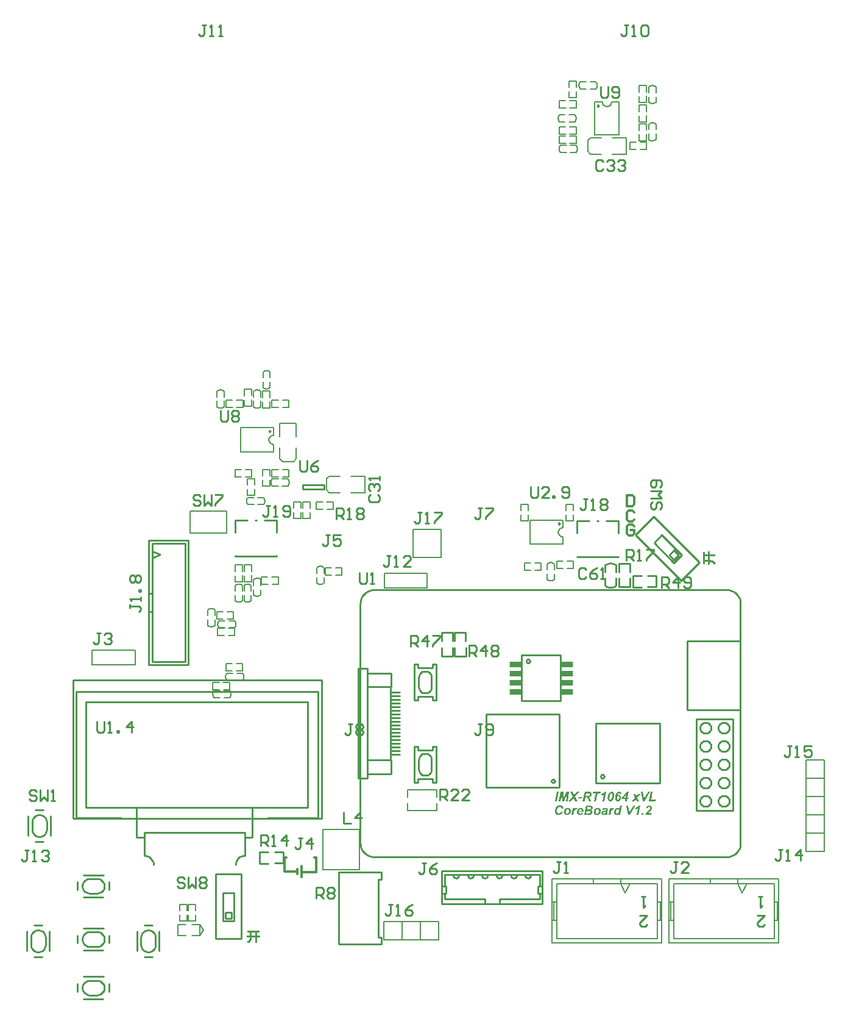
<source format=gto>
G04*
G04 #@! TF.GenerationSoftware,Altium Limited,Altium Designer,20.1.11 (218)*
G04*
G04 Layer_Color=65535*
%FSLAX25Y25*%
%MOIN*%
G70*
G04*
G04 #@! TF.SameCoordinates,1E5C8DF0-0C21-4807-87EA-DBAC22A10C90*
G04*
G04*
G04 #@! TF.FilePolarity,Positive*
G04*
G01*
G75*
%ADD10C,0.00787*%
%ADD11C,0.01000*%
%ADD12C,0.00800*%
%ADD13C,0.00700*%
%ADD14C,0.00591*%
%ADD15C,0.01200*%
G36*
X-91498Y-25264D02*
X-92691D01*
Y-27067D01*
X-91183D01*
Y-28029D01*
X-92691D01*
Y-31054D01*
X-93755D01*
Y-28029D01*
X-95744D01*
Y-28048D01*
Y-28085D01*
X-95753Y-28159D01*
X-95762Y-28251D01*
X-95771Y-28362D01*
X-95790Y-28492D01*
X-95808Y-28631D01*
X-95836Y-28788D01*
X-95901Y-29111D01*
X-95993Y-29454D01*
X-96039Y-29611D01*
X-96104Y-29768D01*
X-96178Y-29916D01*
X-96252Y-30046D01*
X-96262Y-30055D01*
X-96271Y-30073D01*
X-96298Y-30110D01*
X-96336Y-30157D01*
X-96382Y-30212D01*
X-96437Y-30286D01*
X-96502Y-30360D01*
X-96576Y-30444D01*
X-96659Y-30527D01*
X-96761Y-30619D01*
X-96863Y-30712D01*
X-96983Y-30814D01*
X-97113Y-30915D01*
X-97251Y-31008D01*
X-97399Y-31109D01*
X-97557Y-31202D01*
X-97575Y-31183D01*
X-97631Y-31137D01*
X-97714Y-31063D01*
X-97825Y-30971D01*
X-97964Y-30860D01*
X-98130Y-30730D01*
X-98306Y-30591D01*
X-98491Y-30444D01*
X-98482D01*
X-98463Y-30425D01*
X-98426Y-30406D01*
X-98380Y-30379D01*
X-98315Y-30342D01*
X-98250Y-30305D01*
X-98093Y-30203D01*
X-97908Y-30083D01*
X-97723Y-29935D01*
X-97529Y-29768D01*
X-97353Y-29583D01*
X-97344Y-29574D01*
X-97334Y-29555D01*
X-97307Y-29528D01*
X-97279Y-29482D01*
X-97242Y-29435D01*
X-97205Y-29361D01*
X-97159Y-29287D01*
X-97113Y-29195D01*
X-97066Y-29093D01*
X-97029Y-28973D01*
X-96983Y-28852D01*
X-96937Y-28705D01*
X-96900Y-28556D01*
X-96872Y-28390D01*
X-96844Y-28214D01*
X-96826Y-28029D01*
X-98500D01*
Y-27067D01*
X-96789D01*
Y-25264D01*
X-98093D01*
Y-24302D01*
X-91498D01*
Y-25264D01*
D02*
G37*
G36*
X154827Y181309D02*
X157852D01*
Y180245D01*
X154827D01*
Y178256D01*
X154846D01*
X154883D01*
X154957Y178247D01*
X155049Y178238D01*
X155160Y178229D01*
X155290Y178210D01*
X155429Y178192D01*
X155586Y178164D01*
X155910Y178099D01*
X156252Y178007D01*
X156409Y177961D01*
X156566Y177896D01*
X156714Y177822D01*
X156844Y177748D01*
X156853Y177738D01*
X156871Y177729D01*
X156909Y177701D01*
X156955Y177664D01*
X157010Y177618D01*
X157084Y177563D01*
X157158Y177498D01*
X157241Y177424D01*
X157325Y177341D01*
X157417Y177239D01*
X157510Y177137D01*
X157612Y177017D01*
X157713Y176888D01*
X157806Y176749D01*
X157907Y176601D01*
X158000Y176444D01*
X157982Y176425D01*
X157935Y176370D01*
X157861Y176286D01*
X157769Y176175D01*
X157658Y176037D01*
X157528Y175870D01*
X157389Y175694D01*
X157241Y175509D01*
Y175519D01*
X157223Y175537D01*
X157204Y175574D01*
X157177Y175620D01*
X157140Y175685D01*
X157103Y175750D01*
X157001Y175907D01*
X156881Y176092D01*
X156733Y176277D01*
X156566Y176471D01*
X156381Y176647D01*
X156372Y176656D01*
X156353Y176665D01*
X156326Y176693D01*
X156280Y176721D01*
X156233Y176758D01*
X156159Y176795D01*
X156085Y176841D01*
X155993Y176888D01*
X155891Y176934D01*
X155771Y176971D01*
X155650Y177017D01*
X155502Y177063D01*
X155354Y177100D01*
X155188Y177128D01*
X155012Y177156D01*
X154827Y177174D01*
Y175500D01*
X153865D01*
Y177211D01*
X152061D01*
Y175907D01*
X151100D01*
Y182502D01*
X152061D01*
Y181309D01*
X153865D01*
Y182817D01*
X154827D01*
Y181309D01*
D02*
G37*
G36*
X72943Y44149D02*
X73009Y44142D01*
X73091Y44134D01*
X73187Y44120D01*
X73283Y44097D01*
X73498Y44045D01*
X73609Y44008D01*
X73720Y43964D01*
X73838Y43912D01*
X73942Y43853D01*
X74053Y43786D01*
X74149Y43705D01*
X74156Y43698D01*
X74171Y43683D01*
X74193Y43661D01*
X74230Y43624D01*
X74267Y43579D01*
X74319Y43527D01*
X74363Y43461D01*
X74415Y43387D01*
X74467Y43306D01*
X74519Y43217D01*
X74571Y43113D01*
X74622Y43009D01*
X74667Y42891D01*
X74704Y42765D01*
X74733Y42632D01*
X74756Y42491D01*
X73749Y42395D01*
Y42403D01*
X73742Y42417D01*
Y42440D01*
X73734Y42469D01*
X73712Y42543D01*
X73675Y42639D01*
X73631Y42750D01*
X73572Y42854D01*
X73505Y42958D01*
X73424Y43039D01*
X73416Y43047D01*
X73379Y43069D01*
X73327Y43106D01*
X73253Y43143D01*
X73165Y43180D01*
X73054Y43217D01*
X72928Y43239D01*
X72787Y43246D01*
X72743D01*
X72713Y43239D01*
X72632Y43231D01*
X72521Y43209D01*
X72395Y43180D01*
X72262Y43128D01*
X72114Y43061D01*
X71973Y42972D01*
X71966D01*
X71958Y42958D01*
X71914Y42921D01*
X71840Y42862D01*
X71759Y42765D01*
X71662Y42654D01*
X71559Y42506D01*
X71455Y42336D01*
X71366Y42136D01*
Y42129D01*
X71359Y42114D01*
X71344Y42085D01*
X71329Y42040D01*
X71315Y41988D01*
X71300Y41929D01*
X71278Y41862D01*
X71255Y41789D01*
X71218Y41618D01*
X71181Y41426D01*
X71152Y41219D01*
X71144Y41012D01*
Y41004D01*
Y40982D01*
Y40952D01*
X71152Y40908D01*
Y40856D01*
X71159Y40797D01*
X71181Y40664D01*
X71218Y40508D01*
X71263Y40353D01*
X71337Y40198D01*
X71433Y40057D01*
X71448Y40042D01*
X71485Y40005D01*
X71551Y39953D01*
X71633Y39894D01*
X71744Y39827D01*
X71870Y39776D01*
X72010Y39739D01*
X72084Y39731D01*
X72166Y39724D01*
X72203D01*
X72232Y39731D01*
X72314Y39739D01*
X72410Y39753D01*
X72528Y39790D01*
X72654Y39835D01*
X72780Y39894D01*
X72913Y39983D01*
X72920D01*
X72928Y39998D01*
X72972Y40035D01*
X73031Y40094D01*
X73105Y40183D01*
X73187Y40294D01*
X73276Y40427D01*
X73350Y40590D01*
X73424Y40775D01*
X74489Y40612D01*
Y40604D01*
X74474Y40575D01*
X74460Y40530D01*
X74430Y40471D01*
X74393Y40397D01*
X74356Y40316D01*
X74312Y40220D01*
X74252Y40124D01*
X74119Y39909D01*
X73956Y39694D01*
X73771Y39480D01*
X73660Y39384D01*
X73549Y39295D01*
X73542Y39287D01*
X73520Y39272D01*
X73490Y39250D01*
X73438Y39228D01*
X73379Y39191D01*
X73313Y39154D01*
X73224Y39110D01*
X73135Y39073D01*
X73031Y39028D01*
X72920Y38984D01*
X72802Y38947D01*
X72676Y38917D01*
X72543Y38888D01*
X72402Y38866D01*
X72254Y38851D01*
X72099Y38843D01*
X72055D01*
X72010Y38851D01*
X71944D01*
X71862Y38858D01*
X71773Y38873D01*
X71670Y38888D01*
X71566Y38917D01*
X71448Y38947D01*
X71329Y38984D01*
X71204Y39028D01*
X71085Y39080D01*
X70959Y39147D01*
X70841Y39221D01*
X70730Y39309D01*
X70626Y39406D01*
X70619Y39413D01*
X70604Y39435D01*
X70575Y39465D01*
X70545Y39509D01*
X70508Y39568D01*
X70464Y39643D01*
X70412Y39731D01*
X70367Y39827D01*
X70316Y39939D01*
X70264Y40057D01*
X70219Y40198D01*
X70182Y40345D01*
X70153Y40501D01*
X70123Y40679D01*
X70108Y40856D01*
X70101Y41056D01*
Y41063D01*
Y41093D01*
Y41145D01*
X70108Y41204D01*
Y41278D01*
X70123Y41374D01*
X70131Y41470D01*
X70145Y41581D01*
X70160Y41700D01*
X70190Y41833D01*
X70249Y42099D01*
X70338Y42380D01*
X70390Y42514D01*
X70449Y42654D01*
X70456Y42662D01*
X70464Y42684D01*
X70486Y42721D01*
X70515Y42773D01*
X70552Y42832D01*
X70597Y42906D01*
X70649Y42980D01*
X70708Y43069D01*
X70848Y43246D01*
X71011Y43431D01*
X71211Y43609D01*
X71322Y43690D01*
X71433Y43764D01*
X71440Y43772D01*
X71463Y43779D01*
X71500Y43801D01*
X71544Y43824D01*
X71603Y43853D01*
X71670Y43890D01*
X71751Y43927D01*
X71840Y43964D01*
X71936Y43994D01*
X72047Y44031D01*
X72277Y44097D01*
X72528Y44142D01*
X72661Y44149D01*
X72802Y44157D01*
X72883D01*
X72943Y44149D01*
D02*
G37*
G36*
X105732Y38939D02*
X104792D01*
X104874Y39332D01*
X104859Y39317D01*
X104829Y39287D01*
X104770Y39243D01*
X104703Y39184D01*
X104622Y39125D01*
X104533Y39058D01*
X104437Y39006D01*
X104333Y38954D01*
X104319Y38947D01*
X104289Y38939D01*
X104230Y38917D01*
X104156Y38903D01*
X104067Y38880D01*
X103971Y38858D01*
X103852Y38851D01*
X103734Y38843D01*
X103682D01*
X103638Y38851D01*
X103586Y38858D01*
X103534Y38866D01*
X103401Y38895D01*
X103253Y38939D01*
X103098Y39006D01*
X103016Y39050D01*
X102942Y39110D01*
X102868Y39169D01*
X102802Y39235D01*
X102794Y39243D01*
X102787Y39258D01*
X102772Y39280D01*
X102750Y39309D01*
X102720Y39347D01*
X102691Y39398D01*
X102661Y39457D01*
X102624Y39531D01*
X102594Y39606D01*
X102557Y39694D01*
X102528Y39790D01*
X102506Y39894D01*
X102476Y40005D01*
X102461Y40124D01*
X102454Y40257D01*
X102446Y40397D01*
Y40405D01*
Y40434D01*
Y40486D01*
X102454Y40545D01*
X102461Y40627D01*
X102476Y40716D01*
X102491Y40819D01*
X102513Y40938D01*
X102535Y41056D01*
X102572Y41182D01*
X102609Y41315D01*
X102661Y41456D01*
X102720Y41596D01*
X102787Y41737D01*
X102868Y41877D01*
X102957Y42011D01*
X102964Y42018D01*
X102979Y42040D01*
X103009Y42077D01*
X103053Y42121D01*
X103098Y42181D01*
X103164Y42240D01*
X103238Y42307D01*
X103320Y42373D01*
X103408Y42440D01*
X103512Y42506D01*
X103623Y42566D01*
X103741Y42625D01*
X103867Y42669D01*
X104008Y42706D01*
X104148Y42728D01*
X104304Y42736D01*
X104341D01*
X104378Y42728D01*
X104430D01*
X104489Y42721D01*
X104563Y42706D01*
X104644Y42684D01*
X104733Y42662D01*
X104822Y42632D01*
X104918Y42588D01*
X105014Y42543D01*
X105103Y42484D01*
X105199Y42417D01*
X105288Y42336D01*
X105369Y42240D01*
X105443Y42136D01*
X105865Y44060D01*
X106857D01*
X105732Y38939D01*
D02*
G37*
G36*
X102247Y42728D02*
X102306Y42721D01*
X102372Y42706D01*
X102454Y42691D01*
X102543Y42662D01*
X102631Y42625D01*
X102247Y41803D01*
X102239D01*
X102224Y41811D01*
X102195Y41818D01*
X102158Y41833D01*
X102062Y41848D01*
X101951Y41855D01*
X101906D01*
X101854Y41848D01*
X101788Y41833D01*
X101706Y41803D01*
X101618Y41774D01*
X101521Y41722D01*
X101418Y41655D01*
X101403Y41648D01*
X101373Y41618D01*
X101329Y41574D01*
X101270Y41522D01*
X101203Y41448D01*
X101129Y41359D01*
X101063Y41256D01*
X101003Y41137D01*
X100996Y41122D01*
X100989Y41100D01*
X100981Y41078D01*
X100966Y41041D01*
X100952Y40997D01*
X100929Y40945D01*
X100915Y40886D01*
X100892Y40819D01*
X100863Y40745D01*
X100841Y40656D01*
X100818Y40560D01*
X100789Y40464D01*
X100759Y40353D01*
X100737Y40227D01*
X100707Y40101D01*
X100463Y38939D01*
X99472D01*
X100249Y42654D01*
X101181D01*
X101033Y41936D01*
X101040Y41944D01*
X101055Y41974D01*
X101085Y42011D01*
X101122Y42062D01*
X101174Y42121D01*
X101233Y42188D01*
X101299Y42262D01*
X101373Y42336D01*
X101544Y42484D01*
X101632Y42551D01*
X101736Y42610D01*
X101832Y42662D01*
X101943Y42699D01*
X102054Y42728D01*
X102165Y42736D01*
X102202D01*
X102247Y42728D01*
D02*
G37*
G36*
X81963Y42728D02*
X82022Y42721D01*
X82089Y42706D01*
X82170Y42691D01*
X82259Y42662D01*
X82348Y42625D01*
X81963Y41803D01*
X81956D01*
X81941Y41811D01*
X81911Y41818D01*
X81874Y41833D01*
X81778Y41848D01*
X81667Y41855D01*
X81623D01*
X81571Y41848D01*
X81504Y41833D01*
X81423Y41803D01*
X81334Y41774D01*
X81238Y41722D01*
X81134Y41655D01*
X81120Y41648D01*
X81090Y41618D01*
X81046Y41574D01*
X80986Y41522D01*
X80920Y41448D01*
X80846Y41359D01*
X80779Y41256D01*
X80720Y41137D01*
X80713Y41122D01*
X80705Y41100D01*
X80698Y41078D01*
X80683Y41041D01*
X80668Y40997D01*
X80646Y40945D01*
X80631Y40886D01*
X80609Y40819D01*
X80579Y40745D01*
X80557Y40656D01*
X80535Y40560D01*
X80505Y40464D01*
X80476Y40353D01*
X80454Y40227D01*
X80424Y40101D01*
X80180Y38939D01*
X79188D01*
X79965Y42654D01*
X80898D01*
X80750Y41936D01*
X80757Y41944D01*
X80772Y41974D01*
X80801Y42011D01*
X80838Y42062D01*
X80890Y42121D01*
X80949Y42188D01*
X81016Y42262D01*
X81090Y42336D01*
X81260Y42484D01*
X81349Y42551D01*
X81453Y42610D01*
X81549Y42662D01*
X81660Y42699D01*
X81771Y42728D01*
X81882Y42736D01*
X81919D01*
X81963Y42728D01*
D02*
G37*
G36*
X111238Y38939D02*
X110120D01*
X109210Y44060D01*
X110253D01*
X110897Y40190D01*
X113021Y44060D01*
X114064D01*
X111238Y38939D01*
D02*
G37*
G36*
X121797Y44082D02*
X121857Y44075D01*
X121931Y44068D01*
X122005Y44060D01*
X122086Y44038D01*
X122271Y43994D01*
X122456Y43927D01*
X122552Y43883D01*
X122641Y43831D01*
X122722Y43764D01*
X122804Y43698D01*
X122811Y43690D01*
X122819Y43683D01*
X122841Y43661D01*
X122870Y43631D01*
X122900Y43587D01*
X122937Y43542D01*
X122974Y43490D01*
X123011Y43431D01*
X123085Y43291D01*
X123152Y43121D01*
X123203Y42928D01*
X123211Y42825D01*
X123218Y42713D01*
Y42699D01*
Y42662D01*
X123211Y42603D01*
X123203Y42521D01*
X123189Y42432D01*
X123166Y42329D01*
X123137Y42218D01*
X123092Y42099D01*
X123085Y42085D01*
X123070Y42048D01*
X123041Y41988D01*
X122996Y41907D01*
X122937Y41811D01*
X122863Y41700D01*
X122782Y41581D01*
X122678Y41456D01*
X122671Y41448D01*
X122641Y41411D01*
X122589Y41359D01*
X122515Y41285D01*
X122419Y41189D01*
X122301Y41071D01*
X122160Y40938D01*
X121997Y40782D01*
X121990Y40775D01*
X121975Y40760D01*
X121953Y40745D01*
X121923Y40716D01*
X121842Y40641D01*
X121746Y40545D01*
X121642Y40449D01*
X121538Y40353D01*
X121450Y40264D01*
X121376Y40190D01*
X121368Y40183D01*
X121353Y40161D01*
X121324Y40131D01*
X121287Y40094D01*
X121242Y40042D01*
X121198Y39983D01*
X121094Y39857D01*
X122870D01*
X122678Y38939D01*
X119570D01*
Y38947D01*
Y38954D01*
X119577Y38976D01*
Y39006D01*
X119592Y39080D01*
X119614Y39169D01*
X119644Y39280D01*
X119681Y39398D01*
X119725Y39531D01*
X119785Y39657D01*
Y39665D01*
X119792Y39672D01*
X119814Y39717D01*
X119851Y39783D01*
X119903Y39865D01*
X119970Y39961D01*
X120044Y40064D01*
X120125Y40175D01*
X120214Y40286D01*
X120229Y40301D01*
X120266Y40345D01*
X120295Y40375D01*
X120332Y40412D01*
X120377Y40464D01*
X120428Y40516D01*
X120488Y40582D01*
X120562Y40649D01*
X120636Y40730D01*
X120724Y40812D01*
X120821Y40908D01*
X120924Y41012D01*
X121035Y41122D01*
X121161Y41241D01*
X121168Y41248D01*
X121183Y41263D01*
X121213Y41285D01*
X121242Y41322D01*
X121331Y41404D01*
X121435Y41507D01*
X121546Y41618D01*
X121657Y41722D01*
X121746Y41818D01*
X121783Y41855D01*
X121812Y41885D01*
X121820Y41899D01*
X121849Y41929D01*
X121894Y41981D01*
X121945Y42048D01*
X122005Y42121D01*
X122056Y42203D01*
X122108Y42284D01*
X122145Y42358D01*
X122153Y42366D01*
X122160Y42395D01*
X122175Y42432D01*
X122197Y42477D01*
X122212Y42536D01*
X122227Y42595D01*
X122234Y42662D01*
X122241Y42721D01*
Y42736D01*
Y42765D01*
X122234Y42810D01*
X122219Y42869D01*
X122204Y42935D01*
X122175Y43009D01*
X122138Y43076D01*
X122086Y43143D01*
X122079Y43150D01*
X122056Y43165D01*
X122027Y43194D01*
X121982Y43224D01*
X121923Y43254D01*
X121857Y43283D01*
X121783Y43298D01*
X121701Y43306D01*
X121664D01*
X121620Y43298D01*
X121561Y43283D01*
X121494Y43261D01*
X121427Y43224D01*
X121353Y43180D01*
X121287Y43121D01*
X121279Y43113D01*
X121257Y43084D01*
X121228Y43039D01*
X121191Y42972D01*
X121146Y42884D01*
X121102Y42773D01*
X121057Y42639D01*
X121020Y42477D01*
X120044Y42617D01*
Y42625D01*
X120051Y42647D01*
X120058Y42684D01*
X120066Y42736D01*
X120088Y42795D01*
X120103Y42862D01*
X120125Y42935D01*
X120155Y43017D01*
X120229Y43194D01*
X120325Y43380D01*
X120443Y43550D01*
X120517Y43631D01*
X120591Y43705D01*
X120599Y43712D01*
X120613Y43720D01*
X120636Y43742D01*
X120673Y43764D01*
X120710Y43794D01*
X120761Y43824D01*
X120821Y43861D01*
X120895Y43898D01*
X120969Y43935D01*
X121050Y43971D01*
X121235Y44031D01*
X121442Y44075D01*
X121561Y44082D01*
X121679Y44090D01*
X121746D01*
X121797Y44082D01*
D02*
G37*
G36*
X118460Y38939D02*
X117468D01*
X117661Y39909D01*
X118652D01*
X118460Y38939D01*
D02*
G37*
G36*
X115729D02*
X114723D01*
X115463Y42484D01*
X115448Y42477D01*
X115411Y42447D01*
X115345Y42410D01*
X115256Y42358D01*
X115152Y42299D01*
X115026Y42240D01*
X114886Y42173D01*
X114738Y42107D01*
X114730D01*
X114723Y42099D01*
X114701Y42092D01*
X114671Y42077D01*
X114590Y42055D01*
X114494Y42018D01*
X114383Y41981D01*
X114257Y41944D01*
X114138Y41907D01*
X114013Y41877D01*
X114205Y42773D01*
X114212D01*
X114220Y42780D01*
X114264Y42795D01*
X114331Y42832D01*
X114420Y42876D01*
X114523Y42928D01*
X114649Y42987D01*
X114790Y43061D01*
X114938Y43150D01*
X115093Y43239D01*
X115256Y43343D01*
X115426Y43453D01*
X115589Y43565D01*
X115752Y43690D01*
X115914Y43816D01*
X116062Y43949D01*
X116203Y44090D01*
X116810D01*
X115729Y38939D01*
D02*
G37*
G36*
X97784Y42728D02*
X97844D01*
X97910Y42721D01*
X98066Y42699D01*
X98243Y42669D01*
X98413Y42617D01*
X98584Y42543D01*
X98658Y42499D01*
X98724Y42447D01*
X98732D01*
X98739Y42432D01*
X98776Y42395D01*
X98835Y42336D01*
X98902Y42247D01*
X98961Y42144D01*
X99020Y42025D01*
X99057Y41892D01*
X99072Y41818D01*
Y41737D01*
Y41729D01*
Y41707D01*
Y41677D01*
X99065Y41633D01*
Y41581D01*
X99057Y41522D01*
X99035Y41381D01*
Y41374D01*
X99028Y41337D01*
X99020Y41315D01*
Y41278D01*
X99005Y41241D01*
X98998Y41189D01*
X98983Y41130D01*
X98968Y41056D01*
X98954Y40975D01*
X98939Y40886D01*
X98917Y40782D01*
X98887Y40664D01*
X98857Y40530D01*
X98828Y40390D01*
Y40383D01*
X98820Y40360D01*
X98813Y40331D01*
X98806Y40286D01*
X98798Y40227D01*
X98783Y40168D01*
X98761Y40027D01*
X98732Y39872D01*
X98709Y39724D01*
X98695Y39583D01*
X98687Y39517D01*
Y39465D01*
Y39457D01*
Y39421D01*
X98695Y39376D01*
Y39309D01*
X98709Y39235D01*
X98724Y39147D01*
X98739Y39043D01*
X98769Y38939D01*
X97799Y38939D01*
Y38947D01*
X97792Y38976D01*
X97777Y39013D01*
X97762Y39065D01*
X97755Y39132D01*
X97740Y39198D01*
X97725Y39354D01*
X97718Y39347D01*
X97688Y39317D01*
X97636Y39272D01*
X97577Y39213D01*
X97503Y39154D01*
X97414Y39095D01*
X97318Y39028D01*
X97215Y38976D01*
X97200Y38969D01*
X97163Y38954D01*
X97111Y38932D01*
X97037Y38910D01*
X96948Y38888D01*
X96852Y38866D01*
X96748Y38851D01*
X96637Y38843D01*
X96593D01*
X96563Y38851D01*
X96475Y38858D01*
X96371Y38880D01*
X96253Y38917D01*
X96119Y38969D01*
X95994Y39043D01*
X95875Y39139D01*
X95860Y39154D01*
X95831Y39191D01*
X95779Y39258D01*
X95727Y39354D01*
X95675Y39465D01*
X95624Y39598D01*
X95594Y39753D01*
X95579Y39924D01*
Y39931D01*
Y39946D01*
Y39976D01*
X95587Y40012D01*
Y40057D01*
X95594Y40109D01*
X95624Y40227D01*
X95661Y40368D01*
X95720Y40508D01*
X95801Y40649D01*
X95846Y40716D01*
X95905Y40775D01*
X95912Y40782D01*
X95920Y40789D01*
X95942Y40804D01*
X95971Y40826D01*
X96008Y40849D01*
X96053Y40878D01*
X96112Y40908D01*
X96179Y40945D01*
X96253Y40975D01*
X96341Y41012D01*
X96438Y41041D01*
X96549Y41071D01*
X96667Y41100D01*
X96793Y41122D01*
X96933Y41145D01*
X97089Y41159D01*
X97118D01*
X97155Y41167D01*
X97207D01*
X97259Y41174D01*
X97326Y41182D01*
X97474Y41204D01*
X97636Y41219D01*
X97792Y41248D01*
X97866Y41263D01*
X97932Y41278D01*
X97992Y41293D01*
X98043Y41308D01*
Y41315D01*
X98051Y41344D01*
X98066Y41381D01*
X98080Y41426D01*
X98103Y41537D01*
X98110Y41589D01*
Y41640D01*
Y41648D01*
Y41670D01*
X98103Y41692D01*
X98095Y41729D01*
X98080Y41774D01*
X98051Y41818D01*
X98021Y41862D01*
X97977Y41907D01*
X97969Y41914D01*
X97955Y41922D01*
X97925Y41944D01*
X97881Y41966D01*
X97821Y41981D01*
X97762Y42003D01*
X97681Y42011D01*
X97592Y42018D01*
X97548D01*
X97496Y42011D01*
X97437Y42003D01*
X97370Y41988D01*
X97296Y41974D01*
X97229Y41944D01*
X97163Y41907D01*
X97155Y41899D01*
X97141Y41885D01*
X97111Y41862D01*
X97081Y41826D01*
X97044Y41781D01*
X97007Y41729D01*
X96978Y41670D01*
X96956Y41603D01*
X95979Y41685D01*
Y41692D01*
X95986Y41707D01*
X95994Y41729D01*
X96008Y41766D01*
X96053Y41855D01*
X96112Y41966D01*
X96193Y42085D01*
X96290Y42218D01*
X96415Y42344D01*
X96556Y42454D01*
X96563D01*
X96578Y42469D01*
X96600Y42484D01*
X96630Y42499D01*
X96674Y42521D01*
X96726Y42543D01*
X96785Y42566D01*
X96852Y42595D01*
X96926Y42625D01*
X97015Y42647D01*
X97104Y42669D01*
X97200Y42691D01*
X97422Y42721D01*
X97666Y42736D01*
X97733D01*
X97784Y42728D01*
D02*
G37*
G36*
X89141Y44053D02*
X89274D01*
X89408Y44045D01*
X89526Y44038D01*
X89585Y44031D01*
X89630Y44023D01*
X89644D01*
X89696Y44016D01*
X89763Y44001D01*
X89852Y43979D01*
X89948Y43949D01*
X90059Y43912D01*
X90162Y43868D01*
X90266Y43809D01*
X90281Y43801D01*
X90310Y43779D01*
X90355Y43742D01*
X90414Y43698D01*
X90481Y43639D01*
X90547Y43565D01*
X90614Y43483D01*
X90666Y43387D01*
X90673Y43372D01*
X90688Y43343D01*
X90710Y43291D01*
X90740Y43217D01*
X90762Y43135D01*
X90784Y43032D01*
X90799Y42928D01*
X90806Y42810D01*
Y42802D01*
Y42788D01*
Y42765D01*
Y42736D01*
X90791Y42662D01*
X90777Y42558D01*
X90747Y42447D01*
X90703Y42321D01*
X90643Y42195D01*
X90562Y42070D01*
X90555Y42055D01*
X90518Y42018D01*
X90458Y41966D01*
X90384Y41892D01*
X90281Y41818D01*
X90155Y41737D01*
X90007Y41663D01*
X89829Y41596D01*
X89837D01*
X89844Y41589D01*
X89866Y41581D01*
X89896Y41574D01*
X89970Y41552D01*
X90059Y41507D01*
X90155Y41456D01*
X90259Y41389D01*
X90362Y41308D01*
X90451Y41211D01*
X90458Y41197D01*
X90488Y41167D01*
X90525Y41108D01*
X90562Y41034D01*
X90606Y40938D01*
X90636Y40834D01*
X90666Y40716D01*
X90673Y40590D01*
Y40582D01*
Y40567D01*
Y40545D01*
X90666Y40508D01*
Y40471D01*
X90658Y40420D01*
X90643Y40308D01*
X90606Y40168D01*
X90562Y40020D01*
X90495Y39865D01*
X90407Y39709D01*
Y39702D01*
X90392Y39694D01*
X90377Y39672D01*
X90362Y39643D01*
X90303Y39568D01*
X90222Y39480D01*
X90118Y39384D01*
X89992Y39287D01*
X89844Y39198D01*
X89681Y39117D01*
X89674D01*
X89659Y39110D01*
X89637Y39102D01*
X89600Y39088D01*
X89548Y39073D01*
X89496Y39058D01*
X89430Y39043D01*
X89356Y39028D01*
X89267Y39013D01*
X89171Y38999D01*
X89067Y38984D01*
X88956Y38969D01*
X88838Y38954D01*
X88705Y38947D01*
X88571Y38939D01*
X86011D01*
X87084Y44060D01*
X89023D01*
X89141Y44053D01*
D02*
G37*
G36*
X93566Y42728D02*
X93640Y42721D01*
X93714Y42713D01*
X93803Y42699D01*
X93899Y42676D01*
X94107Y42625D01*
X94210Y42588D01*
X94321Y42543D01*
X94425Y42491D01*
X94528Y42425D01*
X94625Y42358D01*
X94713Y42277D01*
X94721Y42270D01*
X94736Y42255D01*
X94758Y42232D01*
X94787Y42195D01*
X94824Y42151D01*
X94861Y42092D01*
X94906Y42033D01*
X94950Y41959D01*
X94987Y41870D01*
X95032Y41781D01*
X95069Y41677D01*
X95106Y41574D01*
X95135Y41456D01*
X95157Y41330D01*
X95172Y41197D01*
X95180Y41056D01*
Y41048D01*
Y41019D01*
Y40967D01*
X95172Y40908D01*
X95165Y40826D01*
X95150Y40738D01*
X95128Y40634D01*
X95106Y40523D01*
X95076Y40405D01*
X95039Y40279D01*
X94995Y40146D01*
X94935Y40020D01*
X94869Y39887D01*
X94795Y39753D01*
X94706Y39620D01*
X94602Y39494D01*
X94595Y39487D01*
X94573Y39465D01*
X94543Y39435D01*
X94499Y39391D01*
X94440Y39347D01*
X94366Y39287D01*
X94284Y39228D01*
X94195Y39169D01*
X94084Y39110D01*
X93973Y39050D01*
X93848Y38991D01*
X93707Y38947D01*
X93559Y38903D01*
X93404Y38873D01*
X93233Y38851D01*
X93056Y38843D01*
X92967D01*
X92923Y38851D01*
X92871Y38858D01*
X92745Y38873D01*
X92597Y38895D01*
X92442Y38932D01*
X92279Y38984D01*
X92123Y39050D01*
X92116D01*
X92109Y39058D01*
X92086Y39073D01*
X92057Y39088D01*
X91983Y39139D01*
X91894Y39206D01*
X91798Y39287D01*
X91694Y39391D01*
X91598Y39509D01*
X91517Y39643D01*
Y39650D01*
X91509Y39657D01*
X91502Y39680D01*
X91487Y39709D01*
X91457Y39790D01*
X91420Y39894D01*
X91383Y40012D01*
X91354Y40153D01*
X91332Y40308D01*
X91324Y40471D01*
Y40486D01*
Y40516D01*
X91332Y40567D01*
Y40641D01*
X91339Y40730D01*
X91354Y40826D01*
X91376Y40945D01*
X91398Y41063D01*
X91428Y41189D01*
X91465Y41322D01*
X91509Y41463D01*
X91568Y41596D01*
X91635Y41737D01*
X91709Y41870D01*
X91798Y41996D01*
X91901Y42114D01*
X91909Y42121D01*
X91931Y42144D01*
X91961Y42173D01*
X92005Y42210D01*
X92064Y42262D01*
X92138Y42314D01*
X92220Y42366D01*
X92316Y42425D01*
X92419Y42484D01*
X92530Y42536D01*
X92656Y42595D01*
X92797Y42639D01*
X92937Y42676D01*
X93093Y42706D01*
X93263Y42728D01*
X93433Y42736D01*
X93515D01*
X93566Y42728D01*
D02*
G37*
G36*
X84331D02*
X84390Y42721D01*
X84457Y42713D01*
X84531Y42699D01*
X84612Y42684D01*
X84790Y42632D01*
X84879Y42603D01*
X84968Y42558D01*
X85056Y42506D01*
X85145Y42454D01*
X85227Y42388D01*
X85308Y42314D01*
X85315Y42307D01*
X85323Y42292D01*
X85345Y42270D01*
X85375Y42240D01*
X85404Y42195D01*
X85434Y42144D01*
X85471Y42077D01*
X85515Y42011D01*
X85552Y41929D01*
X85589Y41840D01*
X85619Y41744D01*
X85648Y41633D01*
X85678Y41522D01*
X85700Y41396D01*
X85708Y41271D01*
X85715Y41130D01*
Y41122D01*
Y41115D01*
Y41071D01*
Y40997D01*
X85708Y40915D01*
X85700Y40812D01*
X85685Y40701D01*
X85641Y40479D01*
X83125D01*
Y40471D01*
Y40442D01*
X83118Y40412D01*
Y40383D01*
Y40375D01*
Y40368D01*
Y40323D01*
X83132Y40257D01*
X83147Y40168D01*
X83169Y40072D01*
X83206Y39976D01*
X83258Y39872D01*
X83325Y39783D01*
X83332Y39776D01*
X83362Y39746D01*
X83406Y39717D01*
X83473Y39672D01*
X83547Y39635D01*
X83636Y39598D01*
X83739Y39568D01*
X83850Y39561D01*
X83902D01*
X83932Y39568D01*
X83976Y39576D01*
X84028Y39591D01*
X84139Y39628D01*
X84198Y39650D01*
X84265Y39687D01*
X84331Y39731D01*
X84390Y39783D01*
X84457Y39842D01*
X84524Y39909D01*
X84583Y39990D01*
X84635Y40079D01*
X85530Y39931D01*
Y39924D01*
X85515Y39909D01*
X85500Y39879D01*
X85478Y39842D01*
X85456Y39798D01*
X85419Y39746D01*
X85345Y39620D01*
X85241Y39487D01*
X85116Y39354D01*
X84975Y39221D01*
X84820Y39110D01*
X84812D01*
X84797Y39095D01*
X84775Y39088D01*
X84746Y39065D01*
X84701Y39050D01*
X84657Y39028D01*
X84531Y38976D01*
X84390Y38925D01*
X84220Y38888D01*
X84043Y38858D01*
X83843Y38843D01*
X83769D01*
X83717Y38851D01*
X83650Y38858D01*
X83576Y38866D01*
X83495Y38880D01*
X83406Y38903D01*
X83214Y38962D01*
X83110Y38999D01*
X83007Y39043D01*
X82910Y39095D01*
X82807Y39162D01*
X82711Y39235D01*
X82622Y39317D01*
X82614Y39324D01*
X82600Y39339D01*
X82577Y39369D01*
X82548Y39406D01*
X82511Y39450D01*
X82474Y39509D01*
X82429Y39576D01*
X82392Y39650D01*
X82348Y39739D01*
X82304Y39827D01*
X82267Y39931D01*
X82230Y40042D01*
X82200Y40161D01*
X82178Y40294D01*
X82163Y40427D01*
X82156Y40567D01*
Y40575D01*
Y40604D01*
Y40641D01*
X82163Y40693D01*
X82170Y40760D01*
X82178Y40841D01*
X82193Y40930D01*
X82207Y41026D01*
X82259Y41234D01*
X82296Y41344D01*
X82333Y41463D01*
X82385Y41581D01*
X82437Y41700D01*
X82503Y41818D01*
X82577Y41929D01*
X82585Y41936D01*
X82607Y41966D01*
X82637Y42003D01*
X82681Y42055D01*
X82748Y42114D01*
X82814Y42188D01*
X82903Y42255D01*
X82999Y42336D01*
X83110Y42410D01*
X83236Y42484D01*
X83369Y42551D01*
X83517Y42610D01*
X83673Y42662D01*
X83843Y42699D01*
X84028Y42728D01*
X84220Y42736D01*
X84287D01*
X84331Y42728D01*
D02*
G37*
G36*
X77264D02*
X77338Y42721D01*
X77412Y42713D01*
X77501Y42699D01*
X77597Y42676D01*
X77804Y42625D01*
X77908Y42588D01*
X78019Y42543D01*
X78123Y42491D01*
X78226Y42425D01*
X78322Y42358D01*
X78411Y42277D01*
X78419Y42270D01*
X78433Y42255D01*
X78456Y42232D01*
X78485Y42195D01*
X78522Y42151D01*
X78559Y42092D01*
X78604Y42033D01*
X78648Y41959D01*
X78685Y41870D01*
X78729Y41781D01*
X78766Y41677D01*
X78803Y41574D01*
X78833Y41456D01*
X78855Y41330D01*
X78870Y41197D01*
X78877Y41056D01*
Y41048D01*
Y41019D01*
Y40967D01*
X78870Y40908D01*
X78863Y40826D01*
X78848Y40738D01*
X78826Y40634D01*
X78803Y40523D01*
X78774Y40405D01*
X78737Y40279D01*
X78692Y40146D01*
X78633Y40020D01*
X78567Y39887D01*
X78493Y39753D01*
X78404Y39620D01*
X78300Y39494D01*
X78293Y39487D01*
X78271Y39465D01*
X78241Y39435D01*
X78197Y39391D01*
X78137Y39347D01*
X78063Y39287D01*
X77982Y39228D01*
X77893Y39169D01*
X77782Y39110D01*
X77671Y39050D01*
X77545Y38991D01*
X77405Y38947D01*
X77257Y38903D01*
X77101Y38873D01*
X76931Y38851D01*
X76754Y38843D01*
X76665D01*
X76620Y38851D01*
X76569Y38858D01*
X76443Y38873D01*
X76295Y38895D01*
X76139Y38932D01*
X75977Y38984D01*
X75821Y39050D01*
X75814D01*
X75806Y39058D01*
X75784Y39073D01*
X75755Y39088D01*
X75681Y39139D01*
X75592Y39206D01*
X75496Y39287D01*
X75392Y39391D01*
X75296Y39509D01*
X75214Y39643D01*
Y39650D01*
X75207Y39657D01*
X75200Y39680D01*
X75185Y39709D01*
X75155Y39790D01*
X75118Y39894D01*
X75081Y40012D01*
X75052Y40153D01*
X75029Y40308D01*
X75022Y40471D01*
Y40486D01*
Y40516D01*
X75029Y40567D01*
Y40641D01*
X75037Y40730D01*
X75052Y40826D01*
X75074Y40945D01*
X75096Y41063D01*
X75126Y41189D01*
X75163Y41322D01*
X75207Y41463D01*
X75266Y41596D01*
X75333Y41737D01*
X75407Y41870D01*
X75496Y41996D01*
X75599Y42114D01*
X75607Y42121D01*
X75629Y42144D01*
X75658Y42173D01*
X75703Y42210D01*
X75762Y42262D01*
X75836Y42314D01*
X75917Y42366D01*
X76014Y42425D01*
X76117Y42484D01*
X76228Y42536D01*
X76354Y42595D01*
X76495Y42639D01*
X76635Y42676D01*
X76791Y42706D01*
X76961Y42728D01*
X77131Y42736D01*
X77212D01*
X77264Y42728D01*
D02*
G37*
G36*
X105347Y51582D02*
X105392D01*
X105451Y51575D01*
X105577Y51553D01*
X105725Y51516D01*
X105873Y51457D01*
X106028Y51375D01*
X106095Y51331D01*
X106161Y51272D01*
X106169D01*
X106176Y51257D01*
X106191Y51242D01*
X106213Y51213D01*
X106243Y51183D01*
X106272Y51139D01*
X106309Y51094D01*
X106339Y51035D01*
X106376Y50976D01*
X106413Y50902D01*
X106450Y50828D01*
X106479Y50739D01*
X106516Y50643D01*
X106539Y50546D01*
X106568Y50436D01*
X106583Y50317D01*
X105643Y50243D01*
Y50258D01*
X105636Y50295D01*
X105628Y50347D01*
X105614Y50413D01*
X105569Y50546D01*
X105532Y50613D01*
X105495Y50665D01*
X105488Y50672D01*
X105473Y50687D01*
X105451Y50702D01*
X105414Y50731D01*
X105369Y50754D01*
X105310Y50769D01*
X105251Y50783D01*
X105177Y50791D01*
X105133D01*
X105088Y50783D01*
X105022Y50769D01*
X104955Y50739D01*
X104874Y50702D01*
X104792Y50650D01*
X104718Y50583D01*
X104703Y50569D01*
X104674Y50524D01*
X104622Y50458D01*
X104592Y50406D01*
X104555Y50354D01*
X104518Y50295D01*
X104481Y50221D01*
X104444Y50147D01*
X104407Y50065D01*
X104370Y49969D01*
X104333Y49866D01*
X104296Y49762D01*
X104259Y49644D01*
X104267D01*
X104274Y49651D01*
X104319Y49681D01*
X104385Y49710D01*
X104467Y49755D01*
X104570Y49792D01*
X104689Y49829D01*
X104822Y49851D01*
X104955Y49858D01*
X105014D01*
X105051Y49851D01*
X105103Y49843D01*
X105162Y49836D01*
X105303Y49806D01*
X105451Y49762D01*
X105614Y49688D01*
X105702Y49644D01*
X105776Y49584D01*
X105858Y49525D01*
X105932Y49451D01*
X105939Y49444D01*
X105947Y49429D01*
X105969Y49407D01*
X105991Y49377D01*
X106021Y49333D01*
X106058Y49288D01*
X106095Y49229D01*
X106132Y49163D01*
X106161Y49081D01*
X106198Y49000D01*
X106235Y48911D01*
X106265Y48815D01*
X106287Y48704D01*
X106309Y48593D01*
X106317Y48467D01*
X106324Y48341D01*
Y48334D01*
Y48319D01*
Y48289D01*
X106317Y48245D01*
Y48201D01*
X106309Y48142D01*
X106302Y48075D01*
X106287Y48001D01*
X106257Y47838D01*
X106206Y47660D01*
X106139Y47475D01*
X106050Y47291D01*
Y47283D01*
X106035Y47268D01*
X106021Y47246D01*
X106006Y47209D01*
X105947Y47120D01*
X105865Y47017D01*
X105769Y46898D01*
X105651Y46773D01*
X105525Y46661D01*
X105377Y46565D01*
X105369D01*
X105362Y46558D01*
X105340Y46543D01*
X105310Y46528D01*
X105229Y46499D01*
X105118Y46454D01*
X104992Y46417D01*
X104851Y46380D01*
X104689Y46351D01*
X104526Y46343D01*
X104452D01*
X104370Y46358D01*
X104267Y46373D01*
X104148Y46395D01*
X104015Y46432D01*
X103882Y46484D01*
X103749Y46558D01*
X103734Y46565D01*
X103690Y46595D01*
X103630Y46647D01*
X103556Y46713D01*
X103468Y46802D01*
X103386Y46913D01*
X103297Y47039D01*
X103223Y47179D01*
Y47187D01*
X103216Y47202D01*
X103209Y47224D01*
X103194Y47254D01*
X103179Y47298D01*
X103164Y47350D01*
X103149Y47409D01*
X103135Y47475D01*
X103112Y47550D01*
X103098Y47631D01*
X103083Y47727D01*
X103068Y47823D01*
X103046Y48045D01*
X103038Y48289D01*
Y48297D01*
Y48304D01*
Y48327D01*
Y48349D01*
X103046Y48423D01*
Y48519D01*
X103061Y48637D01*
X103068Y48778D01*
X103090Y48933D01*
X103112Y49096D01*
X103149Y49281D01*
X103186Y49466D01*
X103238Y49659D01*
X103297Y49858D01*
X103364Y50058D01*
X103445Y50251D01*
X103542Y50443D01*
X103645Y50628D01*
X103653Y50635D01*
X103675Y50672D01*
X103704Y50717D01*
X103756Y50776D01*
X103815Y50850D01*
X103889Y50931D01*
X103978Y51020D01*
X104074Y51109D01*
X104185Y51198D01*
X104304Y51287D01*
X104437Y51368D01*
X104578Y51442D01*
X104733Y51501D01*
X104896Y51546D01*
X105066Y51582D01*
X105251Y51590D01*
X105303D01*
X105347Y51582D01*
D02*
G37*
G36*
X81068Y48867D02*
X82333Y46439D01*
X81142D01*
X80750Y47187D01*
Y47194D01*
X80735Y47216D01*
X80720Y47246D01*
X80698Y47283D01*
X80676Y47335D01*
X80646Y47387D01*
X80579Y47513D01*
X80513Y47653D01*
X80446Y47794D01*
X80387Y47919D01*
X80365Y47979D01*
X80343Y48030D01*
X80335Y48023D01*
X80313Y47993D01*
X80269Y47934D01*
X80202Y47853D01*
X80158Y47801D01*
X80113Y47742D01*
X80054Y47675D01*
X79987Y47601D01*
X79921Y47513D01*
X79839Y47424D01*
X79743Y47320D01*
X79647Y47209D01*
X78944Y46439D01*
X77582D01*
X79847Y49022D01*
X78574Y51560D01*
X79677D01*
X80180Y50621D01*
X80187Y50606D01*
X80202Y50569D01*
X80217Y50546D01*
X80232Y50517D01*
X80246Y50480D01*
X80276Y50428D01*
X80298Y50376D01*
X80335Y50310D01*
X80372Y50236D01*
X80417Y50147D01*
X80461Y50043D01*
X80520Y49932D01*
X80528Y49925D01*
X80535Y49910D01*
X80550Y49880D01*
X80565Y49843D01*
X80572Y49851D01*
X80587Y49866D01*
X80609Y49895D01*
X80639Y49925D01*
X80668Y49969D01*
X80713Y50021D01*
X80809Y50139D01*
X80927Y50265D01*
X81046Y50406D01*
X81164Y50546D01*
X81275Y50672D01*
X82074Y51560D01*
X83414D01*
X81068Y48867D01*
D02*
G37*
G36*
X115071Y48223D02*
X116011Y46439D01*
X114945D01*
X114405Y47468D01*
X113487Y46439D01*
X112259D01*
X113961Y48334D01*
X113021Y50154D01*
X114087D01*
X114627Y49096D01*
X115574Y50154D01*
X116795D01*
X115071Y48223D01*
D02*
G37*
G36*
X77042Y46439D02*
X76088D01*
X76976Y50687D01*
X75074Y46439D01*
X74075D01*
X73882Y50717D01*
X73076Y46439D01*
X72121D01*
X73187Y51560D01*
X74689D01*
X74852Y48038D01*
X76458Y51560D01*
X77975D01*
X77042Y46439D01*
D02*
G37*
G36*
X84812Y47801D02*
X82866D01*
X83058Y48770D01*
X85005D01*
X84812Y47801D01*
D02*
G37*
G36*
X119244Y46439D02*
X118127D01*
X117217Y51560D01*
X118260D01*
X118904Y47690D01*
X121028Y51560D01*
X122071D01*
X119244Y46439D01*
D02*
G37*
G36*
X122715Y47298D02*
X125335D01*
X125157Y46439D01*
X121487D01*
X122560Y51560D01*
X123610D01*
X122715Y47298D01*
D02*
G37*
G36*
X109765Y48327D02*
X110401D01*
X110216Y47483D01*
X109595D01*
X109373Y46439D01*
X108433D01*
X108648Y47483D01*
X106635D01*
X106805Y48312D01*
X109580Y51560D01*
X110446D01*
X109765Y48327D01*
D02*
G37*
G36*
X97067Y46439D02*
X96060D01*
X96800Y49984D01*
X96785Y49977D01*
X96748Y49947D01*
X96682Y49910D01*
X96593Y49858D01*
X96489Y49799D01*
X96364Y49740D01*
X96223Y49673D01*
X96075Y49607D01*
X96068D01*
X96060Y49599D01*
X96038Y49592D01*
X96008Y49577D01*
X95927Y49555D01*
X95831Y49518D01*
X95720Y49481D01*
X95594Y49444D01*
X95476Y49407D01*
X95350Y49377D01*
X95542Y50273D01*
X95550D01*
X95557Y50280D01*
X95601Y50295D01*
X95668Y50332D01*
X95757Y50376D01*
X95860Y50428D01*
X95986Y50487D01*
X96127Y50561D01*
X96275Y50650D01*
X96430Y50739D01*
X96593Y50842D01*
X96763Y50954D01*
X96926Y51064D01*
X97089Y51190D01*
X97252Y51316D01*
X97400Y51449D01*
X97540Y51590D01*
X98147D01*
X97067Y46439D01*
D02*
G37*
G36*
X95024Y50702D02*
X93529D01*
X92641Y46439D01*
X91591D01*
X92479Y50702D01*
X90984D01*
X91154Y51560D01*
X95194D01*
X95024Y50702D01*
D02*
G37*
G36*
X88816Y51553D02*
X88949Y51546D01*
X89097Y51531D01*
X89245Y51508D01*
X89393Y51479D01*
X89526Y51434D01*
X89533D01*
X89541Y51427D01*
X89578Y51412D01*
X89637Y51383D01*
X89711Y51338D01*
X89800Y51272D01*
X89889Y51198D01*
X89970Y51101D01*
X90051Y50990D01*
X90059Y50976D01*
X90081Y50931D01*
X90118Y50865D01*
X90155Y50776D01*
X90192Y50665D01*
X90229Y50532D01*
X90251Y50376D01*
X90259Y50213D01*
Y50206D01*
Y50184D01*
Y50154D01*
X90251Y50103D01*
X90244Y50051D01*
X90236Y49984D01*
X90229Y49910D01*
X90207Y49836D01*
X90162Y49666D01*
X90096Y49481D01*
X90051Y49392D01*
X90000Y49303D01*
X89933Y49215D01*
X89866Y49133D01*
X89859Y49126D01*
X89852Y49118D01*
X89822Y49096D01*
X89792Y49066D01*
X89748Y49029D01*
X89704Y48992D01*
X89644Y48956D01*
X89570Y48911D01*
X89496Y48867D01*
X89408Y48822D01*
X89311Y48778D01*
X89200Y48733D01*
X89089Y48697D01*
X88964Y48667D01*
X88823Y48637D01*
X88682Y48615D01*
X88690Y48608D01*
X88719Y48586D01*
X88756Y48541D01*
X88808Y48489D01*
X88860Y48415D01*
X88927Y48334D01*
X88993Y48238D01*
X89060Y48134D01*
X89067Y48127D01*
X89075Y48105D01*
X89097Y48075D01*
X89119Y48023D01*
X89156Y47964D01*
X89193Y47890D01*
X89237Y47801D01*
X89289Y47697D01*
X89348Y47587D01*
X89408Y47461D01*
X89474Y47320D01*
X89541Y47165D01*
X89615Y47002D01*
X89689Y46824D01*
X89770Y46639D01*
X89852Y46439D01*
X88719D01*
Y46447D01*
X88712Y46462D01*
X88705Y46484D01*
X88690Y46521D01*
X88675Y46565D01*
X88653Y46624D01*
X88631Y46691D01*
X88601Y46773D01*
X88564Y46861D01*
X88527Y46957D01*
X88483Y47069D01*
X88431Y47187D01*
X88379Y47320D01*
X88320Y47468D01*
X88253Y47624D01*
X88179Y47786D01*
Y47794D01*
X88172Y47809D01*
X88157Y47831D01*
X88142Y47868D01*
X88098Y47949D01*
X88039Y48053D01*
X87972Y48164D01*
X87898Y48275D01*
X87809Y48378D01*
X87765Y48415D01*
X87720Y48452D01*
X87713Y48460D01*
X87691Y48467D01*
X87654Y48482D01*
X87602Y48504D01*
X87528Y48526D01*
X87439Y48541D01*
X87328Y48548D01*
X87195Y48556D01*
X86766D01*
X86322Y46439D01*
X85278D01*
X86351Y51560D01*
X88764D01*
X88816Y51553D01*
D02*
G37*
G36*
X71144Y46439D02*
X70101D01*
X71174Y51560D01*
X72225D01*
X71144Y46439D01*
D02*
G37*
G36*
X101248Y51582D02*
X101299Y51575D01*
X101359Y51568D01*
X101507Y51531D01*
X101669Y51479D01*
X101751Y51442D01*
X101840Y51398D01*
X101921Y51346D01*
X102010Y51279D01*
X102091Y51213D01*
X102165Y51131D01*
X102173Y51124D01*
X102180Y51109D01*
X102202Y51087D01*
X102232Y51050D01*
X102261Y50998D01*
X102291Y50946D01*
X102328Y50880D01*
X102372Y50798D01*
X102409Y50709D01*
X102446Y50613D01*
X102476Y50502D01*
X102506Y50391D01*
X102535Y50258D01*
X102557Y50125D01*
X102565Y49977D01*
X102572Y49821D01*
Y49814D01*
Y49784D01*
Y49740D01*
X102565Y49681D01*
Y49614D01*
X102557Y49525D01*
X102550Y49429D01*
X102535Y49318D01*
X102520Y49192D01*
X102498Y49066D01*
X102476Y48926D01*
X102446Y48785D01*
X102372Y48474D01*
X102276Y48149D01*
Y48142D01*
X102261Y48112D01*
X102247Y48068D01*
X102224Y48008D01*
X102195Y47934D01*
X102158Y47846D01*
X102113Y47757D01*
X102069Y47653D01*
X101951Y47438D01*
X101817Y47216D01*
X101662Y47002D01*
X101573Y46898D01*
X101484Y46810D01*
X101477Y46802D01*
X101462Y46787D01*
X101433Y46765D01*
X101396Y46736D01*
X101351Y46698D01*
X101292Y46661D01*
X101233Y46617D01*
X101159Y46580D01*
X100989Y46491D01*
X100804Y46417D01*
X100700Y46388D01*
X100589Y46365D01*
X100478Y46351D01*
X100360Y46343D01*
X100300D01*
X100256Y46351D01*
X100204Y46358D01*
X100145Y46365D01*
X99997Y46402D01*
X99834Y46454D01*
X99753Y46491D01*
X99664Y46536D01*
X99575Y46587D01*
X99494Y46647D01*
X99412Y46713D01*
X99331Y46795D01*
X99324Y46802D01*
X99316Y46817D01*
X99294Y46839D01*
X99272Y46876D01*
X99242Y46928D01*
X99205Y46980D01*
X99168Y47046D01*
X99131Y47128D01*
X99094Y47216D01*
X99057Y47313D01*
X99028Y47416D01*
X98991Y47535D01*
X98968Y47660D01*
X98946Y47794D01*
X98939Y47942D01*
X98931Y48097D01*
Y48105D01*
Y48134D01*
Y48171D01*
X98939Y48230D01*
Y48304D01*
X98946Y48386D01*
X98954Y48482D01*
X98961Y48586D01*
X98976Y48697D01*
X98998Y48822D01*
X99042Y49089D01*
X99102Y49370D01*
X99190Y49666D01*
X99198Y49681D01*
X99205Y49710D01*
X99227Y49762D01*
X99250Y49829D01*
X99279Y49910D01*
X99324Y49999D01*
X99368Y50103D01*
X99420Y50213D01*
X99538Y50450D01*
X99679Y50687D01*
X99753Y50805D01*
X99842Y50916D01*
X99930Y51020D01*
X100019Y51116D01*
X100027Y51124D01*
X100041Y51139D01*
X100071Y51161D01*
X100108Y51190D01*
X100152Y51227D01*
X100212Y51264D01*
X100278Y51309D01*
X100352Y51353D01*
X100515Y51442D01*
X100707Y51516D01*
X100811Y51546D01*
X100915Y51568D01*
X101026Y51582D01*
X101144Y51590D01*
X101203D01*
X101248Y51582D01*
D02*
G37*
%LPC*%
G36*
X-93755Y-25264D02*
X-95716D01*
Y-27067D01*
X-93755D01*
Y-25264D01*
D02*
G37*
G36*
X153865Y180245D02*
X152061D01*
Y178284D01*
X153865D01*
Y180245D01*
D02*
G37*
G36*
X104437Y41996D02*
X104393D01*
X104363Y41988D01*
X104282Y41966D01*
X104178Y41936D01*
X104060Y41877D01*
X104000Y41833D01*
X103941Y41789D01*
X103882Y41729D01*
X103815Y41663D01*
X103764Y41589D01*
X103704Y41500D01*
Y41493D01*
X103690Y41478D01*
X103682Y41448D01*
X103660Y41418D01*
X103638Y41367D01*
X103616Y41315D01*
X103593Y41256D01*
X103564Y41182D01*
X103512Y41026D01*
X103468Y40849D01*
X103438Y40649D01*
X103423Y40442D01*
Y40434D01*
Y40427D01*
Y40405D01*
Y40375D01*
X103431Y40301D01*
X103445Y40212D01*
X103475Y40116D01*
X103505Y40012D01*
X103556Y39909D01*
X103623Y39820D01*
X103630Y39813D01*
X103660Y39783D01*
X103704Y39753D01*
X103764Y39709D01*
X103838Y39672D01*
X103926Y39635D01*
X104023Y39606D01*
X104126Y39598D01*
X104171D01*
X104222Y39606D01*
X104296Y39620D01*
X104370Y39643D01*
X104459Y39680D01*
X104548Y39724D01*
X104637Y39783D01*
X104644Y39790D01*
X104674Y39820D01*
X104718Y39865D01*
X104777Y39924D01*
X104837Y40005D01*
X104903Y40101D01*
X104962Y40220D01*
X105022Y40353D01*
Y40360D01*
X105029Y40368D01*
X105036Y40390D01*
X105044Y40420D01*
X105066Y40494D01*
X105096Y40590D01*
X105118Y40701D01*
X105140Y40826D01*
X105155Y40960D01*
X105162Y41093D01*
Y41100D01*
Y41108D01*
Y41130D01*
Y41159D01*
X105147Y41234D01*
X105133Y41322D01*
X105110Y41426D01*
X105066Y41537D01*
X105014Y41640D01*
X104940Y41744D01*
X104933Y41752D01*
X104903Y41781D01*
X104859Y41826D01*
X104800Y41870D01*
X104726Y41914D01*
X104637Y41959D01*
X104541Y41988D01*
X104437Y41996D01*
D02*
G37*
G36*
X97910Y40671D02*
X97903D01*
X97895Y40664D01*
X97873D01*
X97844Y40656D01*
X97770Y40634D01*
X97666Y40619D01*
X97659D01*
X97636Y40612D01*
X97592D01*
X97548Y40604D01*
X97481Y40597D01*
X97414Y40582D01*
X97259Y40553D01*
X97096Y40516D01*
X96933Y40471D01*
X96859Y40442D01*
X96793Y40412D01*
X96734Y40383D01*
X96682Y40353D01*
X96674Y40345D01*
X96660Y40331D01*
X96630Y40301D01*
X96600Y40264D01*
X96571Y40212D01*
X96541Y40153D01*
X96526Y40086D01*
X96519Y40012D01*
Y40005D01*
Y39983D01*
X96526Y39953D01*
X96534Y39909D01*
X96549Y39865D01*
X96571Y39813D01*
X96600Y39761D01*
X96645Y39717D01*
X96652Y39709D01*
X96667Y39702D01*
X96697Y39680D01*
X96734Y39657D01*
X96778Y39635D01*
X96837Y39620D01*
X96904Y39606D01*
X96978Y39598D01*
X97015D01*
X97059Y39606D01*
X97111Y39613D01*
X97178Y39620D01*
X97252Y39643D01*
X97326Y39665D01*
X97400Y39702D01*
X97407Y39709D01*
X97437Y39724D01*
X97474Y39746D01*
X97518Y39783D01*
X97562Y39820D01*
X97614Y39872D01*
X97666Y39924D01*
X97703Y39990D01*
X97710Y39998D01*
X97718Y40027D01*
X97740Y40064D01*
X97762Y40124D01*
X97792Y40198D01*
X97821Y40294D01*
X97851Y40405D01*
X97881Y40530D01*
X97910Y40671D01*
D02*
G37*
G36*
X89045Y43202D02*
X87950D01*
X87698Y41988D01*
X88638D01*
X88690Y41996D01*
X88808D01*
X88934Y42003D01*
X89060Y42018D01*
X89178Y42040D01*
X89282Y42062D01*
X89289Y42070D01*
X89319Y42077D01*
X89363Y42092D01*
X89415Y42121D01*
X89474Y42158D01*
X89533Y42203D01*
X89585Y42255D01*
X89637Y42314D01*
X89644Y42321D01*
X89659Y42344D01*
X89674Y42380D01*
X89704Y42425D01*
X89726Y42484D01*
X89741Y42551D01*
X89755Y42617D01*
X89763Y42691D01*
Y42699D01*
Y42721D01*
X89755Y42758D01*
X89748Y42802D01*
X89733Y42854D01*
X89711Y42906D01*
X89681Y42958D01*
X89644Y43009D01*
X89637Y43017D01*
X89622Y43032D01*
X89600Y43054D01*
X89563Y43076D01*
X89519Y43106D01*
X89467Y43135D01*
X89400Y43158D01*
X89326Y43180D01*
X89319D01*
X89304Y43187D01*
X89267D01*
X89215Y43194D01*
X89141D01*
X89045Y43202D01*
D02*
G37*
G36*
X88771Y41100D02*
X87513D01*
X87232Y39761D01*
X88401D01*
X88460Y39768D01*
X88594D01*
X88742Y39783D01*
X88882Y39798D01*
X89008Y39813D01*
X89060Y39827D01*
X89104Y39842D01*
X89112Y39850D01*
X89141Y39857D01*
X89178Y39879D01*
X89230Y39909D01*
X89289Y39946D01*
X89348Y39990D01*
X89408Y40042D01*
X89459Y40109D01*
X89467Y40116D01*
X89482Y40146D01*
X89504Y40183D01*
X89526Y40235D01*
X89548Y40294D01*
X89570Y40360D01*
X89585Y40434D01*
X89593Y40508D01*
Y40523D01*
Y40553D01*
X89585Y40597D01*
X89570Y40656D01*
X89548Y40723D01*
X89511Y40797D01*
X89467Y40863D01*
X89400Y40930D01*
X89393Y40938D01*
X89363Y40960D01*
X89319Y40982D01*
X89252Y41019D01*
X89163Y41048D01*
X89052Y41071D01*
X88927Y41093D01*
X88771Y41100D01*
D02*
G37*
G36*
X93433Y41981D02*
X93381D01*
X93315Y41974D01*
X93241Y41959D01*
X93152Y41929D01*
X93056Y41892D01*
X92952Y41840D01*
X92856Y41774D01*
X92849Y41766D01*
X92812Y41737D01*
X92767Y41692D01*
X92715Y41626D01*
X92649Y41544D01*
X92582Y41441D01*
X92523Y41322D01*
X92464Y41189D01*
Y41182D01*
X92456Y41174D01*
X92449Y41152D01*
X92442Y41122D01*
X92419Y41048D01*
X92397Y40960D01*
X92375Y40849D01*
X92353Y40730D01*
X92338Y40604D01*
X92331Y40486D01*
Y40479D01*
Y40471D01*
Y40449D01*
Y40420D01*
X92345Y40345D01*
X92360Y40257D01*
X92382Y40153D01*
X92419Y40049D01*
X92471Y39946D01*
X92545Y39850D01*
X92553Y39842D01*
X92582Y39813D01*
X92634Y39776D01*
X92693Y39739D01*
X92775Y39694D01*
X92863Y39657D01*
X92967Y39628D01*
X93085Y39620D01*
X93122D01*
X93152Y39628D01*
X93233Y39643D01*
X93330Y39665D01*
X93441Y39709D01*
X93552Y39768D01*
X93670Y39857D01*
X93729Y39909D01*
X93781Y39968D01*
X93788Y39976D01*
X93796Y39990D01*
X93818Y40020D01*
X93840Y40057D01*
X93877Y40109D01*
X93907Y40168D01*
X93944Y40235D01*
X93981Y40308D01*
X94018Y40397D01*
X94055Y40486D01*
X94092Y40590D01*
X94121Y40693D01*
X94166Y40930D01*
X94173Y41056D01*
X94181Y41189D01*
Y41197D01*
Y41204D01*
Y41248D01*
X94173Y41315D01*
X94151Y41396D01*
X94129Y41485D01*
X94092Y41581D01*
X94040Y41670D01*
X93966Y41759D01*
X93959Y41766D01*
X93929Y41796D01*
X93885Y41833D01*
X93825Y41870D01*
X93744Y41914D01*
X93655Y41944D01*
X93552Y41974D01*
X93433Y41981D01*
D02*
G37*
G36*
X84117Y42018D02*
X84065D01*
X84006Y42003D01*
X83932Y41988D01*
X83843Y41959D01*
X83747Y41922D01*
X83650Y41862D01*
X83554Y41781D01*
X83547Y41774D01*
X83517Y41737D01*
X83473Y41685D01*
X83421Y41603D01*
X83369Y41507D01*
X83310Y41389D01*
X83258Y41256D01*
X83221Y41093D01*
X84797D01*
Y41100D01*
Y41130D01*
Y41159D01*
Y41189D01*
Y41197D01*
Y41204D01*
Y41226D01*
Y41256D01*
X84790Y41330D01*
X84775Y41426D01*
X84753Y41522D01*
X84716Y41626D01*
X84672Y41722D01*
X84612Y41811D01*
X84605Y41818D01*
X84575Y41840D01*
X84538Y41877D01*
X84479Y41914D01*
X84413Y41951D01*
X84324Y41988D01*
X84228Y42011D01*
X84117Y42018D01*
D02*
G37*
G36*
X77131Y41981D02*
X77079D01*
X77013Y41974D01*
X76939Y41959D01*
X76850Y41929D01*
X76754Y41892D01*
X76650Y41840D01*
X76554Y41774D01*
X76546Y41766D01*
X76509Y41737D01*
X76465Y41692D01*
X76413Y41626D01*
X76347Y41544D01*
X76280Y41441D01*
X76221Y41322D01*
X76162Y41189D01*
Y41182D01*
X76154Y41174D01*
X76147Y41152D01*
X76139Y41122D01*
X76117Y41048D01*
X76095Y40960D01*
X76073Y40849D01*
X76051Y40730D01*
X76036Y40604D01*
X76028Y40486D01*
Y40479D01*
Y40471D01*
Y40449D01*
Y40420D01*
X76043Y40345D01*
X76058Y40257D01*
X76080Y40153D01*
X76117Y40049D01*
X76169Y39946D01*
X76243Y39850D01*
X76250Y39842D01*
X76280Y39813D01*
X76332Y39776D01*
X76391Y39739D01*
X76472Y39694D01*
X76561Y39657D01*
X76665Y39628D01*
X76783Y39620D01*
X76820D01*
X76850Y39628D01*
X76931Y39643D01*
X77027Y39665D01*
X77138Y39709D01*
X77249Y39768D01*
X77368Y39857D01*
X77427Y39909D01*
X77479Y39968D01*
X77486Y39976D01*
X77494Y39990D01*
X77516Y40020D01*
X77538Y40057D01*
X77575Y40109D01*
X77605Y40168D01*
X77642Y40235D01*
X77679Y40308D01*
X77716Y40397D01*
X77753Y40486D01*
X77790Y40590D01*
X77819Y40693D01*
X77864Y40930D01*
X77871Y41056D01*
X77878Y41189D01*
Y41197D01*
Y41204D01*
Y41248D01*
X77871Y41315D01*
X77849Y41396D01*
X77827Y41485D01*
X77790Y41581D01*
X77738Y41670D01*
X77664Y41759D01*
X77656Y41766D01*
X77627Y41796D01*
X77582Y41833D01*
X77523Y41870D01*
X77442Y41914D01*
X77353Y41944D01*
X77249Y41974D01*
X77131Y41981D01*
D02*
G37*
G36*
X104800Y49200D02*
X104770D01*
X104726Y49192D01*
X104681Y49185D01*
X104622Y49163D01*
X104555Y49141D01*
X104481Y49104D01*
X104407Y49052D01*
X104400Y49044D01*
X104378Y49022D01*
X104341Y48985D01*
X104296Y48941D01*
X104252Y48874D01*
X104200Y48793D01*
X104148Y48697D01*
X104104Y48586D01*
X104097Y48571D01*
X104089Y48534D01*
X104074Y48467D01*
X104052Y48386D01*
X104030Y48289D01*
X104015Y48178D01*
X104008Y48060D01*
X104000Y47934D01*
Y47927D01*
Y47919D01*
Y47897D01*
Y47868D01*
X104008Y47794D01*
X104023Y47705D01*
X104037Y47609D01*
X104067Y47513D01*
X104104Y47416D01*
X104156Y47335D01*
X104163Y47328D01*
X104185Y47305D01*
X104222Y47276D01*
X104267Y47239D01*
X104326Y47202D01*
X104393Y47172D01*
X104474Y47150D01*
X104555Y47142D01*
X104570D01*
X104607Y47150D01*
X104659Y47157D01*
X104733Y47179D01*
X104807Y47209D01*
X104896Y47261D01*
X104977Y47328D01*
X105059Y47416D01*
Y47424D01*
X105073Y47431D01*
X105088Y47453D01*
X105103Y47483D01*
X105125Y47520D01*
X105147Y47564D01*
X105177Y47616D01*
X105207Y47683D01*
X105258Y47823D01*
X105303Y47993D01*
X105332Y48186D01*
X105347Y48408D01*
Y48415D01*
Y48423D01*
Y48445D01*
Y48474D01*
X105340Y48548D01*
X105325Y48637D01*
X105310Y48733D01*
X105281Y48830D01*
X105236Y48926D01*
X105184Y49007D01*
X105177Y49015D01*
X105155Y49037D01*
X105125Y49066D01*
X105081Y49104D01*
X105022Y49141D01*
X104955Y49170D01*
X104881Y49192D01*
X104800Y49200D01*
D02*
G37*
G36*
X109158Y49932D02*
X107811Y48327D01*
X108825D01*
X109158Y49932D01*
D02*
G37*
G36*
X88534Y50702D02*
X87217D01*
X86929Y49325D01*
X87698D01*
X87772Y49333D01*
X87950Y49340D01*
X88135Y49348D01*
X88320Y49370D01*
X88401Y49377D01*
X88483Y49392D01*
X88549Y49407D01*
X88608Y49422D01*
X88623Y49429D01*
X88653Y49444D01*
X88705Y49466D01*
X88771Y49503D01*
X88838Y49547D01*
X88912Y49599D01*
X88978Y49666D01*
X89045Y49740D01*
X89052Y49747D01*
X89067Y49777D01*
X89097Y49821D01*
X89126Y49880D01*
X89156Y49947D01*
X89186Y50021D01*
X89200Y50110D01*
X89208Y50199D01*
Y50213D01*
Y50243D01*
X89193Y50295D01*
X89178Y50354D01*
X89149Y50421D01*
X89112Y50487D01*
X89052Y50554D01*
X88978Y50613D01*
X88971Y50621D01*
X88949Y50628D01*
X88912Y50643D01*
X88853Y50657D01*
X88771Y50672D01*
X88660Y50687D01*
X88534Y50702D01*
D02*
G37*
G36*
X101107Y50791D02*
X101092D01*
X101063Y50783D01*
X101011Y50776D01*
X100944Y50761D01*
X100870Y50724D01*
X100789Y50680D01*
X100707Y50621D01*
X100626Y50532D01*
Y50524D01*
X100611Y50517D01*
X100596Y50487D01*
X100574Y50458D01*
X100552Y50413D01*
X100515Y50362D01*
X100485Y50302D01*
X100448Y50228D01*
X100404Y50139D01*
X100360Y50043D01*
X100315Y49940D01*
X100271Y49814D01*
X100226Y49688D01*
X100182Y49540D01*
X100138Y49385D01*
X100093Y49215D01*
Y49207D01*
X100086Y49178D01*
X100078Y49141D01*
X100064Y49081D01*
X100049Y49015D01*
X100034Y48933D01*
X100019Y48845D01*
X100004Y48748D01*
X99967Y48534D01*
X99938Y48319D01*
X99916Y48097D01*
X99908Y47890D01*
Y47883D01*
Y47875D01*
Y47853D01*
Y47823D01*
X99916Y47749D01*
X99923Y47660D01*
X99938Y47564D01*
X99967Y47468D01*
X99997Y47379D01*
X100041Y47305D01*
X100049Y47298D01*
X100064Y47283D01*
X100093Y47254D01*
X100138Y47224D01*
X100182Y47194D01*
X100241Y47165D01*
X100315Y47150D01*
X100389Y47142D01*
X100404D01*
X100434Y47150D01*
X100493Y47157D01*
X100559Y47172D01*
X100633Y47209D01*
X100722Y47254D01*
X100804Y47313D01*
X100892Y47401D01*
Y47409D01*
X100907Y47416D01*
X100922Y47438D01*
X100944Y47475D01*
X100966Y47513D01*
X100996Y47564D01*
X101026Y47631D01*
X101063Y47705D01*
X101107Y47786D01*
X101144Y47890D01*
X101188Y48001D01*
X101233Y48127D01*
X101277Y48267D01*
X101322Y48415D01*
X101366Y48586D01*
X101410Y48770D01*
Y48778D01*
X101418Y48807D01*
X101425Y48852D01*
X101440Y48904D01*
X101455Y48970D01*
X101470Y49052D01*
X101484Y49141D01*
X101507Y49237D01*
X101536Y49444D01*
X101566Y49659D01*
X101588Y49866D01*
X101595Y49969D01*
Y50058D01*
Y50065D01*
Y50073D01*
Y50125D01*
X101588Y50191D01*
X101581Y50273D01*
X101558Y50362D01*
X101536Y50458D01*
X101499Y50539D01*
X101455Y50613D01*
X101447Y50621D01*
X101433Y50643D01*
X101403Y50672D01*
X101359Y50702D01*
X101314Y50731D01*
X101255Y50761D01*
X101181Y50783D01*
X101107Y50791D01*
D02*
G37*
%LPD*%
D10*
X-83905Y246369D02*
X-84861Y246178D01*
X-85672Y245636D01*
X-86214Y244825D01*
X-86405Y243868D01*
X-86214Y242912D01*
X-85672Y242101D01*
X-84861Y241559D01*
X-83905Y241369D01*
X96116Y428477D02*
X96306Y427521D01*
X96848Y426709D01*
X97659Y426167D01*
X98616Y425977D01*
X99572Y426167D01*
X100384Y426709D01*
X100926Y427521D01*
X101116Y428477D01*
X74477Y195869D02*
X73520Y195678D01*
X72709Y195136D01*
X72167Y194325D01*
X71977Y193368D01*
X72167Y192412D01*
X72709Y191601D01*
X73520Y191059D01*
X74477Y190868D01*
X101500Y400000D02*
X109000D01*
X101500Y409000D02*
X109000D01*
X89500Y400000D02*
X95500D01*
X89500Y409000D02*
X95500D01*
X109000Y400000D02*
Y409000D01*
X88000Y401500D02*
Y407500D01*
X89500Y409000D01*
X88000Y401500D02*
X89500Y400000D01*
X-83905Y237457D02*
Y241369D01*
X-83925Y246405D02*
Y250547D01*
X-101934D02*
X-83925D01*
X-101934Y237437D02*
Y250547D01*
Y237437D02*
X-83925D01*
X-71500Y245500D02*
Y253000D01*
X-80500Y245500D02*
Y253000D01*
X-71500Y233500D02*
Y239500D01*
X-80500Y233500D02*
Y239500D01*
Y253000D02*
X-71500D01*
X-79000Y232000D02*
X-73000D01*
X-80500Y233500D02*
X-79000Y232000D01*
X-73000D02*
X-71500Y233500D01*
X-10605Y52758D02*
X5339D01*
X-10605Y41184D02*
X5339Y41184D01*
X-10605Y48743D02*
Y52758D01*
X5339Y41184D02*
Y45199D01*
X-10605Y41184D02*
Y45199D01*
X5339Y48743D02*
Y52758D01*
X207598Y28940D02*
X217598D01*
X207598Y38939D02*
X217598D01*
X207598Y48939D02*
X217598D01*
X207598Y58939D02*
X217598D01*
X207598Y68940D02*
X217598D01*
Y18939D02*
Y68940D01*
X207598Y18939D02*
X217598D01*
X207598D02*
Y68940D01*
X105047Y410448D02*
Y428457D01*
X91937Y410448D02*
X105047D01*
X91937D02*
Y428457D01*
X96080D01*
X101116Y428477D02*
X105027D01*
X-54968Y216500D02*
X-53468Y215000D01*
X-54968Y222500D02*
X-53468Y224000D01*
X-54968Y216500D02*
Y222500D01*
X-33968Y215000D02*
Y224000D01*
X-53468D02*
X-47469D01*
X-53468Y215000D02*
X-47469D01*
X-41469Y224000D02*
X-33968D01*
X-41469Y215000D02*
X-33968D01*
X-3372Y-29513D02*
Y-19513D01*
X-13372Y-29513D02*
Y-19513D01*
X-23372Y-29513D02*
Y-19513D01*
X6628D01*
Y-29513D02*
Y-19513D01*
X-23372Y-29513D02*
X6628D01*
X-128576Y-27110D02*
X-124107D01*
X-136194D02*
Y-20890D01*
X-124107Y-27110D02*
Y-20890D01*
X-136194Y-27110D02*
X-131725D01*
X-128576Y-20890D02*
X-124107D01*
X-136194D02*
X-131725D01*
X-124107Y-27110D02*
X-122276Y-24000D01*
X-124107Y-20890D02*
X-122276Y-24000D01*
X74477Y186958D02*
Y190868D01*
X74457Y195905D02*
Y200047D01*
X56448D02*
X74457D01*
X56448Y186937D02*
Y200047D01*
Y186937D02*
X74457D01*
D11*
X-85505Y248669D02*
X-86255Y249101D01*
Y248236D01*
X-85505Y248669D01*
X-149560Y11542D02*
X-149658Y12541D01*
X-149948Y13502D01*
X-150421Y14388D01*
X-151058Y15164D01*
X-151833Y15801D01*
X-152718Y16274D01*
X-153679Y16566D01*
X-154678Y16665D01*
X-99560Y16660D02*
X-100558Y16562D01*
X-101519Y16270D01*
X-102403Y15797D01*
X-103179Y15161D01*
X-103815Y14385D01*
X-104288Y13500D01*
X-104580Y12540D01*
X-104678Y11542D01*
X103385Y175448D02*
X102505Y176033D01*
X101515Y176401D01*
X100466Y176533D01*
X99416Y176420D01*
X98419Y176070D01*
X97529Y175500D01*
X97473Y164352D02*
X98353Y163767D01*
X99343Y163399D01*
X100392Y163267D01*
X101442Y163380D01*
X102439Y163730D01*
X103329Y164300D01*
X53818Y6175D02*
X53892Y5228D01*
X54485Y4486D01*
X55393Y4206D01*
X56301Y4486D01*
X56895Y5228D01*
X56968Y6175D01*
X45944D02*
X46018Y5228D01*
X46611Y4486D01*
X47519Y4206D01*
X48427Y4486D01*
X49021Y5228D01*
X49094Y6175D01*
X38070D02*
X38144Y5228D01*
X38737Y4486D01*
X39645Y4206D01*
X40553Y4486D01*
X41147Y5228D01*
X41220Y6175D01*
X30204D02*
X30278Y5228D01*
X30871Y4486D01*
X31779Y4206D01*
X32687Y4486D01*
X33281Y5228D01*
X33354Y6175D01*
X22330D02*
X22404Y5228D01*
X22997Y4486D01*
X23905Y4206D01*
X24813Y4486D01*
X25407Y5228D01*
X25480Y6175D01*
X14454D02*
X14528Y5228D01*
X15121Y4486D01*
X16029Y4206D01*
X16937Y4486D01*
X17531Y5228D01*
X17604Y6175D01*
X94316Y426377D02*
X93566Y426810D01*
Y425944D01*
X94316Y426377D01*
X155601Y86440D02*
X155438Y87414D01*
X154968Y88282D01*
X154242Y88951D01*
X153337Y89348D01*
X152353Y89429D01*
X151396Y89187D01*
X150569Y88647D01*
X149963Y87867D01*
X149642Y86933D01*
Y85946D01*
X149963Y85012D01*
X150569Y84232D01*
X151396Y83692D01*
X152353Y83450D01*
X153337Y83531D01*
X154242Y83928D01*
X154968Y84597D01*
X155438Y85465D01*
X155601Y86440D01*
X165601D02*
X165438Y87414D01*
X164968Y88282D01*
X164242Y88951D01*
X163337Y89348D01*
X162353Y89429D01*
X161396Y89187D01*
X160569Y88647D01*
X159963Y87867D01*
X159642Y86933D01*
Y85946D01*
X159963Y85012D01*
X160569Y84232D01*
X161396Y83692D01*
X162353Y83450D01*
X163337Y83531D01*
X164242Y83928D01*
X164968Y84597D01*
X165438Y85465D01*
X165601Y86440D01*
X155601Y46439D02*
X155438Y47414D01*
X154968Y48282D01*
X154242Y48951D01*
X153337Y49348D01*
X152353Y49429D01*
X151396Y49187D01*
X150569Y48647D01*
X149963Y47867D01*
X149642Y46933D01*
Y45946D01*
X149963Y45012D01*
X150569Y44232D01*
X151396Y43692D01*
X152353Y43450D01*
X153337Y43531D01*
X154242Y43928D01*
X154968Y44597D01*
X155438Y45465D01*
X155601Y46439D01*
X165601D02*
X165438Y47414D01*
X164968Y48282D01*
X164242Y48951D01*
X163337Y49348D01*
X162353Y49429D01*
X161396Y49187D01*
X160569Y48647D01*
X159963Y47867D01*
X159642Y46933D01*
Y45946D01*
X159963Y45012D01*
X160569Y44232D01*
X161396Y43692D01*
X162353Y43450D01*
X163337Y43531D01*
X164242Y43928D01*
X164968Y44597D01*
X165438Y45465D01*
X165601Y46439D01*
X155601Y76439D02*
X155438Y77414D01*
X154968Y78282D01*
X154242Y78951D01*
X153337Y79348D01*
X152353Y79429D01*
X151396Y79187D01*
X150569Y78647D01*
X149963Y77867D01*
X149642Y76933D01*
Y75946D01*
X149963Y75012D01*
X150569Y74232D01*
X151396Y73692D01*
X152353Y73450D01*
X153337Y73531D01*
X154242Y73928D01*
X154968Y74597D01*
X155438Y75465D01*
X155601Y76439D01*
X165601D02*
X165438Y77414D01*
X164968Y78282D01*
X164242Y78951D01*
X163337Y79348D01*
X162353Y79429D01*
X161396Y79187D01*
X160569Y78647D01*
X159963Y77867D01*
X159642Y76933D01*
Y75946D01*
X159963Y75012D01*
X160569Y74232D01*
X161396Y73692D01*
X162353Y73450D01*
X163337Y73531D01*
X164242Y73928D01*
X164968Y74597D01*
X165438Y75465D01*
X165601Y76439D01*
X155601Y66439D02*
X155438Y67414D01*
X154968Y68282D01*
X154242Y68951D01*
X153337Y69348D01*
X152353Y69429D01*
X151396Y69187D01*
X150569Y68647D01*
X149963Y67867D01*
X149642Y66933D01*
Y65946D01*
X149963Y65012D01*
X150569Y64232D01*
X151396Y63692D01*
X152353Y63450D01*
X153337Y63531D01*
X154242Y63928D01*
X154968Y64597D01*
X155438Y65465D01*
X155601Y66439D01*
Y56440D02*
X155438Y57414D01*
X154968Y58282D01*
X154242Y58951D01*
X153337Y59348D01*
X152353Y59429D01*
X151396Y59187D01*
X150569Y58647D01*
X149963Y57867D01*
X149642Y56933D01*
Y55946D01*
X149963Y55012D01*
X150569Y54232D01*
X151396Y53692D01*
X152353Y53450D01*
X153337Y53531D01*
X154242Y53928D01*
X154968Y54597D01*
X155438Y55465D01*
X155601Y56440D01*
X165601D02*
X165438Y57414D01*
X164968Y58282D01*
X164242Y58951D01*
X163337Y59348D01*
X162353Y59429D01*
X161396Y59187D01*
X160569Y58647D01*
X159963Y57867D01*
X159642Y56933D01*
Y55946D01*
X159963Y55012D01*
X160569Y54232D01*
X161396Y53692D01*
X162353Y53450D01*
X163337Y53531D01*
X164242Y53928D01*
X164968Y54597D01*
X165438Y55465D01*
X165601Y56440D01*
Y66439D02*
X165438Y67414D01*
X164968Y68282D01*
X164242Y68951D01*
X163337Y69348D01*
X162353Y69429D01*
X161396Y69187D01*
X160569Y68647D01*
X159963Y67867D01*
X159642Y66933D01*
Y65946D01*
X159963Y65012D01*
X160569Y64232D01*
X161396Y63692D01*
X162353Y63450D01*
X163337Y63531D01*
X164242Y63928D01*
X164968Y64597D01*
X165438Y65465D01*
X165601Y66439D01*
X164101Y15939D02*
X165080Y16004D01*
X166042Y16195D01*
X166971Y16510D01*
X167851Y16944D01*
X168667Y17489D01*
X169404Y18136D01*
X170051Y18874D01*
X170596Y19690D01*
X171030Y20569D01*
X171345Y21498D01*
X171537Y22460D01*
X171601Y23439D01*
Y154439D02*
X171537Y155418D01*
X171345Y156381D01*
X171030Y157310D01*
X170596Y158189D01*
X170051Y159005D01*
X169404Y159743D01*
X168667Y160390D01*
X167851Y160935D01*
X166971Y161369D01*
X166042Y161684D01*
X165080Y161875D01*
X164101Y161940D01*
X-28899D02*
X-29878Y161875D01*
X-30840Y161684D01*
X-31769Y161369D01*
X-32649Y160935D01*
X-33465Y160390D01*
X-34202Y159743D01*
X-34849Y159005D01*
X-35394Y158189D01*
X-35828Y157310D01*
X-36143Y156381D01*
X-36335Y155418D01*
X-36399Y154439D01*
Y23439D02*
X-36335Y22460D01*
X-36143Y21498D01*
X-35828Y20569D01*
X-35394Y19690D01*
X-34849Y18874D01*
X-34202Y18136D01*
X-33465Y17489D01*
X-32649Y16944D01*
X-31769Y16510D01*
X-30840Y16195D01*
X-29878Y16004D01*
X-28899Y15939D01*
X2601Y68940D02*
X2459Y69925D01*
X2045Y70832D01*
X1393Y71585D01*
X555Y72123D01*
X-401Y72404D01*
X-1397Y72404D01*
X-2353Y72123D01*
X-3191Y71585D01*
X-3843Y70832D01*
X-4257Y69925D01*
X-4399Y68940D01*
Y63939D02*
X-4257Y62953D01*
X-3843Y62047D01*
X-3191Y61294D01*
X-2353Y60756D01*
X-1397Y60475D01*
X-401D01*
X555Y60756D01*
X1393Y61294D01*
X2045Y62047D01*
X2459Y62953D01*
X2601Y63939D01*
Y113939D02*
X2459Y114926D01*
X2045Y115832D01*
X1393Y116585D01*
X555Y117123D01*
X-401Y117404D01*
X-1397Y117404D01*
X-2353Y117123D01*
X-3191Y116585D01*
X-3843Y115832D01*
X-4257Y114926D01*
X-4399Y113939D01*
Y108940D02*
X-4257Y107953D01*
X-3843Y107047D01*
X-3191Y106294D01*
X-2353Y105756D01*
X-1397Y105475D01*
X-401D01*
X555Y105756D01*
X1393Y106294D01*
X2045Y107047D01*
X2459Y107953D01*
X2601Y108940D01*
X70101Y57440D02*
X69601Y58306D01*
X68601D01*
X68101Y57440D01*
X68601Y56573D01*
X69601D01*
X70101Y57440D01*
X97101Y59939D02*
X96601Y60805D01*
X95601D01*
X95101Y59939D01*
X95601Y59073D01*
X96601D01*
X97101Y59939D01*
X56471Y122940D02*
X55971Y123805D01*
X54971D01*
X54471Y122940D01*
X54971Y122073D01*
X55971D01*
X56471Y122940D01*
X-180399Y-4000D02*
X-179442Y-3884D01*
X-178540Y-3542D01*
X-177746Y-2994D01*
X-177107Y-2273D01*
X-176659Y-1419D01*
X-176428Y-483D01*
Y482D01*
X-176659Y1418D01*
X-177107Y2272D01*
X-177746Y2994D01*
X-178540Y3541D01*
X-179442Y3883D01*
X-180399Y3999D01*
X-184399D02*
X-185356Y3883D01*
X-186258Y3541D01*
X-187051Y2994D01*
X-187691Y2272D01*
X-188139Y1418D01*
X-188370Y482D01*
Y-483D01*
X-188139Y-1419D01*
X-187691Y-2273D01*
X-187051Y-2994D01*
X-186258Y-3542D01*
X-185356Y-3884D01*
X-184399Y-4000D01*
X-180399Y-33061D02*
X-179442Y-32945D01*
X-178540Y-32603D01*
X-177746Y-32055D01*
X-177107Y-31333D01*
X-176659Y-30479D01*
X-176428Y-29543D01*
Y-28579D01*
X-176659Y-27643D01*
X-177107Y-26789D01*
X-177746Y-26067D01*
X-178540Y-25519D01*
X-179442Y-25177D01*
X-180399Y-25061D01*
X-184399D02*
X-185356Y-25177D01*
X-186258Y-25519D01*
X-187051Y-26067D01*
X-187691Y-26789D01*
X-188139Y-27643D01*
X-188370Y-28579D01*
Y-29543D01*
X-188139Y-30479D01*
X-187691Y-31333D01*
X-187051Y-32055D01*
X-186258Y-32603D01*
X-185356Y-32945D01*
X-184399Y-33061D01*
X-180399Y-59561D02*
X-179442Y-59445D01*
X-178540Y-59103D01*
X-177746Y-58555D01*
X-177107Y-57833D01*
X-176659Y-56980D01*
X-176428Y-56043D01*
Y-55079D01*
X-176659Y-54143D01*
X-177107Y-53289D01*
X-177746Y-52567D01*
X-178540Y-52019D01*
X-179442Y-51677D01*
X-180399Y-51561D01*
X-184399D02*
X-185356Y-51677D01*
X-186258Y-52019D01*
X-187051Y-52567D01*
X-187691Y-53289D01*
X-188139Y-54143D01*
X-188370Y-55079D01*
Y-56043D01*
X-188139Y-56980D01*
X-187691Y-57833D01*
X-187051Y-58555D01*
X-186258Y-59103D01*
X-185356Y-59445D01*
X-184399Y-59561D01*
X-208598Y-28060D02*
X-208714Y-27103D01*
X-209056Y-26202D01*
X-209604Y-25408D01*
X-210326Y-24769D01*
X-211179Y-24320D01*
X-212116Y-24090D01*
X-213080D01*
X-214016Y-24320D01*
X-214870Y-24769D01*
X-215592Y-25408D01*
X-216140Y-26202D01*
X-216482Y-27103D01*
X-216598Y-28060D01*
Y-32061D02*
X-216482Y-33018D01*
X-216140Y-33919D01*
X-215592Y-34713D01*
X-214870Y-35353D01*
X-214016Y-35801D01*
X-213080Y-36031D01*
X-212116D01*
X-211179Y-35801D01*
X-210326Y-35353D01*
X-209604Y-34713D01*
X-209056Y-33919D01*
X-208714Y-33018D01*
X-208598Y-32061D01*
X-148398Y-28060D02*
X-148515Y-27103D01*
X-148857Y-26202D01*
X-149405Y-25408D01*
X-150126Y-24769D01*
X-150980Y-24320D01*
X-151916Y-24090D01*
X-152881D01*
X-153817Y-24320D01*
X-154671Y-24769D01*
X-155393Y-25408D01*
X-155940Y-26202D01*
X-156282Y-27103D01*
X-156398Y-28060D01*
Y-32061D02*
X-156282Y-33018D01*
X-155940Y-33919D01*
X-155393Y-34713D01*
X-154671Y-35353D01*
X-153817Y-35801D01*
X-152881Y-36031D01*
X-151916D01*
X-150980Y-35801D01*
X-150126Y-35353D01*
X-149405Y-34713D01*
X-148857Y-33919D01*
X-148515Y-33018D01*
X-148398Y-32061D01*
X-207999Y35000D02*
X-208116Y35957D01*
X-208458Y36859D01*
X-209005Y37653D01*
X-209727Y38292D01*
X-210581Y38740D01*
X-211517Y38971D01*
X-212482D01*
X-213418Y38740D01*
X-214272Y38292D01*
X-214994Y37653D01*
X-215541Y36859D01*
X-215883Y35957D01*
X-216000Y35000D01*
Y31000D02*
X-215883Y30043D01*
X-215541Y29141D01*
X-214994Y28348D01*
X-214272Y27708D01*
X-213418Y27260D01*
X-212482Y27029D01*
X-211517D01*
X-210581Y27260D01*
X-209727Y27708D01*
X-209005Y28348D01*
X-208458Y29141D01*
X-208116Y30043D01*
X-207999Y31000D01*
X72877Y198169D02*
X72127Y198601D01*
Y197736D01*
X72877Y198169D01*
X-56047Y216997D02*
Y219123D01*
X-67858Y216997D02*
Y219123D01*
Y216997D02*
X-56047D01*
X-67858Y219123D02*
X-56047D01*
X-104819Y180409D02*
X-82181D01*
X-104819Y200095D02*
X-98052D01*
X-93870D02*
X-93130D01*
X-88948D02*
X-82181D01*
Y193327D02*
Y200095D01*
Y180409D02*
Y180484D01*
X-104819Y193327D02*
Y200095D01*
Y180409D02*
Y180484D01*
X-130572Y120814D02*
Y189081D01*
X-152226Y120814D02*
X-130572D01*
X-152226D02*
Y189081D01*
X-130572D01*
X-152223Y160057D02*
X-150063D01*
Y149818D02*
Y160057D01*
X-152223Y149818D02*
X-150063D01*
X-150060Y182892D02*
X-145730Y181317D01*
X-150060Y179349D02*
X-145730Y181317D01*
X-132344Y122655D02*
Y187223D01*
X-150258Y122655D02*
X-132344D01*
X-150258D02*
Y187223D01*
X-132344D01*
X-158809Y26502D02*
X-154678D01*
X-99560Y16857D02*
Y22093D01*
X-154678Y16857D02*
Y22093D01*
Y22368D02*
Y29258D01*
X-99560D01*
Y22368D02*
Y29258D01*
Y26502D02*
X-95426D01*
X-158809D02*
Y43042D01*
X-95429Y26502D02*
Y43042D01*
X-96809Y26502D02*
X-95429D01*
X-57619Y36951D02*
Y112542D01*
X-193446D02*
X-57619D01*
X-193446Y36951D02*
Y112542D01*
Y36951D02*
X-57619D01*
X-169854Y37336D02*
X-167098D01*
X-87177D02*
X-59568D01*
Y106233D01*
X-191851D02*
X-59568D01*
X-191851Y37336D02*
Y106233D01*
Y37336D02*
X-169854D01*
X-186390Y42848D02*
Y100722D01*
Y42848D02*
X-65130D01*
Y100722D01*
X-186390D02*
X-65130D01*
X8102Y125600D02*
Y130300D01*
X14202Y125600D02*
Y130300D01*
X14102Y133800D02*
Y138500D01*
X8102Y133800D02*
Y138500D01*
Y125600D02*
X14202D01*
X8102Y138500D02*
X14102D01*
X15230Y125600D02*
Y130300D01*
X21330Y125600D02*
Y130300D01*
X21230Y133800D02*
Y138500D01*
X15230Y133800D02*
Y138500D01*
Y125600D02*
X21330D01*
X15230Y138500D02*
X21230D01*
X82181Y179909D02*
X104819D01*
X82181Y199594D02*
X88948D01*
X93130D02*
X93870D01*
X98052D02*
X104819D01*
Y192827D02*
Y199594D01*
Y179909D02*
Y179984D01*
X82181Y192827D02*
Y199594D01*
Y179909D02*
Y179984D01*
X97429Y164500D02*
Y168200D01*
X103429Y164400D02*
Y168200D01*
Y171700D02*
Y175400D01*
X97429Y171700D02*
Y175400D01*
X105000Y163500D02*
Y168200D01*
X111100Y163500D02*
Y168200D01*
X111000Y171700D02*
Y176400D01*
X105000Y171700D02*
Y176400D01*
Y163500D02*
X111100D01*
X105000Y176400D02*
X111000D01*
X112701Y169500D02*
X117401D01*
X112701Y163400D02*
X117401D01*
X120901Y163500D02*
X125601D01*
X120901Y169500D02*
X125601D01*
X112701Y163400D02*
Y169500D01*
X125601Y163500D02*
Y169500D01*
X132673Y180949D02*
X135178Y183454D01*
X137684Y180948D01*
X135179Y178443D02*
X137684Y180948D01*
X132673Y180949D02*
X135179Y178443D01*
Y176772D02*
X139354Y180948D01*
X128497Y191806D02*
X139354Y180948D01*
X124321Y187630D02*
X128497Y191806D01*
X124321Y187630D02*
X135179Y176772D01*
X140602Y168441D02*
X149186Y177025D01*
X124126Y202085D02*
X149186Y177025D01*
X114107Y192065D02*
X124126Y202085D01*
X114107Y192065D02*
X139159Y167014D01*
X140602Y168441D01*
X53782Y-7208D02*
X61667D01*
X55374Y8136D02*
X63248D01*
X61677Y-7218D02*
Y-4068D01*
X60895Y-4072D02*
X63257D01*
X60895D02*
Y-135D01*
X63257D01*
X61676Y-140D02*
Y6170D01*
X63248Y-9581D02*
X63248Y8136D01*
X31752Y-9580D02*
Y-7218D01*
X9701D02*
X31752D01*
X9701D02*
Y-4068D01*
X8121Y-4072D02*
X10483D01*
Y-135D01*
X8121D02*
X10483D01*
X39752Y-9570D02*
Y-7208D01*
X53782D01*
X9702Y6170D02*
X61752D01*
X9702Y-140D02*
Y6170D01*
Y-140D02*
X9705Y-138D01*
X8130Y8136D02*
X8130Y-9581D01*
X8130Y8136D02*
X55374D01*
X8130Y-9581D02*
X63252D01*
X-24689Y-31842D02*
Y-27905D01*
X-26658D02*
X-24689D01*
X-26658D02*
Y3591D01*
X-24689D01*
Y7528D01*
X-48311D02*
X-24689D01*
X-48311Y-31842D02*
Y7528D01*
Y-31842D02*
X-24689D01*
X-110336Y-14275D02*
X-106793D01*
Y-17819D02*
Y-14275D01*
X-110336Y-17819D02*
X-106793D01*
X-110336D02*
Y-14275D01*
X-111517Y-19000D02*
X-105612D01*
Y-3645D01*
X-111517D02*
X-105612D01*
X-111517Y-19000D02*
Y-3645D01*
X-113573Y-28726D02*
X-101433D01*
Y6714D01*
X-115603D02*
X-101433D01*
X-115603D02*
X-115603Y-28715D01*
X-113573Y-28726D01*
X-91400Y18500D02*
X-86700D01*
X-91400Y12400D02*
X-86700D01*
X-83200Y12500D02*
X-78500D01*
X-83200Y18500D02*
X-78500D01*
X-91400Y12400D02*
Y18500D01*
X-78500Y12500D02*
Y18500D01*
X-19899Y68940D02*
Y108940D01*
X-32399Y68940D02*
X-19399D01*
X-37399Y58939D02*
Y118939D01*
X-32399D01*
X-37399Y58939D02*
X-32399D01*
X72601Y53939D02*
Y93940D01*
X32601Y53939D02*
X72601D01*
X32601D02*
Y93940D01*
X72601D01*
X92601Y88939D02*
X127601D01*
Y56440D02*
Y88939D01*
X92601Y56440D02*
X127601D01*
X92601D02*
Y88939D01*
X147601Y91439D02*
X167601D01*
X147601Y41440D02*
X167601D01*
Y91439D01*
X147601Y41440D02*
Y91439D01*
X142601Y96439D02*
X171601D01*
X142601Y133940D02*
X171601D01*
X142601Y96439D02*
Y133940D01*
X-28899Y161940D02*
X164101Y161940D01*
X-36399Y154439D02*
X-36399Y23439D01*
X-28899Y15939D02*
X164101Y15939D01*
X171601Y23439D02*
X171601Y154439D01*
X45601Y106439D02*
X51971D01*
X45601Y105439D02*
X51971D01*
X45601Y107439D02*
X51971D01*
X45601Y112440D02*
X51971D01*
X45601Y110440D02*
X51971D01*
X45601Y111440D02*
X51971D01*
X45601Y117439D02*
X51971D01*
X45601Y115439D02*
X51971D01*
X45601Y116439D02*
X51971D01*
X45601Y122440D02*
X51971D01*
X45601Y120440D02*
X51971D01*
X45601Y121440D02*
X51971D01*
X73231Y106439D02*
X79601D01*
X73231Y105439D02*
X79601D01*
X73231Y107439D02*
X79601D01*
X73231Y112440D02*
X79601D01*
X73231Y110440D02*
X79601D01*
X73231Y111440D02*
X79601D01*
X73231Y117439D02*
X79601D01*
X73231Y115439D02*
X79601D01*
X73231Y116439D02*
X79601D01*
X73231Y122440D02*
X79601D01*
X73231Y120440D02*
X79601D01*
X73231Y121440D02*
X79601D01*
X73231Y101439D02*
Y126439D01*
X51971D02*
X73231D01*
X51971Y101439D02*
Y126439D01*
Y101439D02*
X73231D01*
X5112Y58565D02*
Y74313D01*
X-4794Y58565D02*
X3207D01*
X-6699D02*
Y74313D01*
X-4794D02*
X3207D01*
X-6699Y56660D02*
Y58565D01*
Y56660D02*
X-4794D01*
Y58565D01*
X3207Y56660D02*
Y58565D01*
Y56660D02*
X5112D01*
Y58565D01*
X-6699Y74313D02*
Y76219D01*
X-4794D01*
Y74313D02*
Y76219D01*
X3207Y74313D02*
Y76219D01*
X5112D01*
Y74313D02*
Y76219D01*
X2601Y63939D02*
Y68940D01*
X-4399Y63939D02*
Y68940D01*
Y108940D02*
Y113939D01*
X2601Y108940D02*
Y113939D01*
X5112Y101660D02*
Y103565D01*
X3207Y101660D02*
X5112D01*
X3207D02*
Y103565D01*
X-4794Y101660D02*
Y103565D01*
X-6699Y101660D02*
X-4794D01*
X5112Y119314D02*
Y121219D01*
X3207D02*
X5112D01*
X3207Y119314D02*
Y121219D01*
X-4794Y119314D02*
Y121219D01*
X-6699D02*
X-4794D01*
Y103565D02*
X3207D01*
X-6699D02*
Y119314D01*
X-4794D02*
X3207D01*
X5112Y103565D02*
Y119314D01*
X-32399Y58939D02*
Y118939D01*
X-6699Y119314D02*
Y121219D01*
Y101660D02*
Y103565D01*
X-32399Y116439D02*
X-19399D01*
Y108940D02*
Y116439D01*
X-32399Y108940D02*
X-19399D01*
Y61440D02*
Y68940D01*
X-32399Y61440D02*
X-19399D01*
X-19899Y87940D02*
X-14899D01*
X-19899Y89939D02*
X-14899D01*
X-19899Y91940D02*
X-14899D01*
X-19899Y95939D02*
X-14899D01*
X-19899Y93940D02*
X-14899D01*
X-19899Y101939D02*
X-14899D01*
X-19899Y103939D02*
X-14899D01*
X-19899Y99940D02*
X-14899D01*
X-19899Y97939D02*
X-14899D01*
X-19899Y105939D02*
X-14899D01*
X-19899Y79940D02*
X-14899D01*
X-19899Y81940D02*
X-14899D01*
X-19899Y85940D02*
X-14899D01*
X-19899Y83939D02*
X-14899D01*
X-19899Y75940D02*
X-14899D01*
X-19899Y77939D02*
X-14899D01*
X-19899Y73940D02*
X-14899D01*
X-19899Y71939D02*
X-14899D01*
X-187836Y6101D02*
X-176962D01*
X-173738Y-2142D02*
Y2141D01*
X-187779Y-6000D02*
X-177019D01*
X-191060Y-2142D02*
Y2141D01*
X-184399Y3999D02*
X-180399D01*
X-184399Y-4000D02*
X-180399D01*
X-187836Y-22959D02*
X-176962D01*
X-173738Y-31202D02*
Y-26920D01*
X-187779Y-35061D02*
X-177019D01*
X-191060Y-31202D02*
Y-26920D01*
X-184399Y-25061D02*
X-180399D01*
X-184399Y-33061D02*
X-180399D01*
X-187836Y-49459D02*
X-176962D01*
X-173738Y-57702D02*
Y-53420D01*
X-187779Y-61560D02*
X-177019D01*
X-191060Y-57702D02*
Y-53420D01*
X-184399Y-51561D02*
X-180399D01*
X-184399Y-59561D02*
X-180399D01*
X-218700Y-35498D02*
Y-24623D01*
X-214739Y-21399D02*
X-210457D01*
X-206598Y-35440D02*
Y-24681D01*
X-214739Y-38721D02*
X-210457D01*
X-216598Y-32061D02*
Y-28060D01*
X-208598Y-32061D02*
Y-28060D01*
X-158501Y-35498D02*
Y-24623D01*
X-154540Y-21399D02*
X-150258D01*
X-146399Y-35440D02*
Y-24681D01*
X-154540Y-38721D02*
X-150258D01*
X-156398Y-32061D02*
Y-28060D01*
X-148398Y-32061D02*
Y-28060D01*
X-218102Y27563D02*
Y38437D01*
X-214141Y41661D02*
X-209858D01*
X-206000Y27620D02*
Y38380D01*
X-214141Y24339D02*
X-209858D01*
X-216000Y31000D02*
Y35000D01*
X-207999Y31000D02*
Y35000D01*
X96549Y395999D02*
X95549Y396999D01*
X93550D01*
X92550Y395999D01*
Y392001D01*
X93550Y391001D01*
X95549D01*
X96549Y392001D01*
X98548Y395999D02*
X99548Y396999D01*
X101547D01*
X102547Y395999D01*
Y395000D01*
X101547Y394000D01*
X100548D01*
X101547D01*
X102547Y393000D01*
Y392001D01*
X101547Y391001D01*
X99548D01*
X98548Y392001D01*
X104546Y395999D02*
X105546Y396999D01*
X107545D01*
X108545Y395999D01*
Y395000D01*
X107545Y394000D01*
X106546D01*
X107545D01*
X108545Y393000D01*
Y392001D01*
X107545Y391001D01*
X105546D01*
X104546Y392001D01*
X-112884Y259999D02*
Y255001D01*
X-111885Y254001D01*
X-109885D01*
X-108886Y255001D01*
Y259999D01*
X-106886Y258999D02*
X-105886Y259999D01*
X-103887D01*
X-102887Y258999D01*
Y258000D01*
X-103887Y257000D01*
X-102887Y256000D01*
Y255001D01*
X-103887Y254001D01*
X-105886D01*
X-106886Y255001D01*
Y256000D01*
X-105886Y257000D01*
X-106886Y258000D01*
Y258999D01*
X-105886Y257000D02*
X-103887D01*
X-69498Y232499D02*
Y227501D01*
X-68499Y226501D01*
X-66499D01*
X-65500Y227501D01*
Y232499D01*
X-59502D02*
X-61501Y231499D01*
X-63500Y229500D01*
Y227501D01*
X-62501Y226501D01*
X-60501D01*
X-59502Y227501D01*
Y228500D01*
X-60501Y229500D01*
X-63500D01*
X-53192Y192080D02*
X-55191D01*
X-54192D01*
Y187082D01*
X-55191Y186082D01*
X-56191D01*
X-57191Y187082D01*
X-47194Y192080D02*
X-51193D01*
Y189081D01*
X-49193Y190081D01*
X-48194D01*
X-47194Y189081D01*
Y187082D01*
X-48194Y186082D01*
X-50193D01*
X-51193Y187082D01*
X-19995Y180499D02*
X-21994D01*
X-20995D01*
Y175501D01*
X-21994Y174501D01*
X-22994D01*
X-23994Y175501D01*
X-17996Y174501D02*
X-15996D01*
X-16996D01*
Y180499D01*
X-17996Y179499D01*
X-8999Y174501D02*
X-12997D01*
X-8999Y178500D01*
Y179499D01*
X-9998Y180499D01*
X-11998D01*
X-12997Y179499D01*
X-85730Y208094D02*
X-87729D01*
X-86729D01*
Y203095D01*
X-87729Y202096D01*
X-88729D01*
X-89728Y203095D01*
X-83730Y202096D02*
X-81731D01*
X-82731D01*
Y208094D01*
X-83730Y207094D01*
X-78732Y203095D02*
X-77732Y202096D01*
X-75733D01*
X-74733Y203095D01*
Y207094D01*
X-75733Y208094D01*
X-77732D01*
X-78732Y207094D01*
Y206094D01*
X-77732Y205095D01*
X-74733D01*
X-123905Y212999D02*
X-124905Y213999D01*
X-126904D01*
X-127904Y212999D01*
Y212000D01*
X-126904Y211000D01*
X-124905D01*
X-123905Y210000D01*
Y209001D01*
X-124905Y208001D01*
X-126904D01*
X-127904Y209001D01*
X-121906Y213999D02*
Y208001D01*
X-119906Y210000D01*
X-117907Y208001D01*
Y213999D01*
X-115908D02*
X-111909D01*
Y212999D01*
X-115908Y209001D01*
Y208001D01*
X-162590Y154059D02*
Y152060D01*
Y153060D01*
X-157591D01*
X-156591Y152060D01*
Y151060D01*
X-157591Y150061D01*
X-156591Y156059D02*
Y158058D01*
Y157058D01*
X-162590D01*
X-161590Y156059D01*
X-156591Y161057D02*
X-157591D01*
Y162057D01*
X-156591D01*
Y161057D01*
X-161590Y166056D02*
X-162590Y167055D01*
Y169054D01*
X-161590Y170054D01*
X-160590D01*
X-159590Y169054D01*
X-158591Y170054D01*
X-157591D01*
X-156591Y169054D01*
Y167055D01*
X-157591Y166056D01*
X-158591D01*
X-159590Y167055D01*
X-160590Y166056D01*
X-161590D01*
X-159590Y167055D02*
Y169054D01*
X-180497Y89999D02*
Y85001D01*
X-179497Y84001D01*
X-177498D01*
X-176498Y85001D01*
Y89999D01*
X-174499Y84001D02*
X-172499D01*
X-173499D01*
Y89999D01*
X-174499Y88999D01*
X-169500Y84001D02*
Y85001D01*
X-168501D01*
Y84001D01*
X-169500D01*
X-161503D02*
Y89999D01*
X-164502Y87000D01*
X-160503D01*
X7233Y46896D02*
Y52894D01*
X10232D01*
X11232Y51894D01*
Y49894D01*
X10232Y48895D01*
X7233D01*
X9232D02*
X11232Y46896D01*
X17230D02*
X13231D01*
X17230Y50894D01*
Y51894D01*
X16230Y52894D01*
X14231D01*
X13231Y51894D01*
X23228Y46896D02*
X19229D01*
X23228Y50894D01*
Y51894D01*
X22228Y52894D01*
X20229D01*
X19229Y51894D01*
X-8896Y130940D02*
Y136939D01*
X-5897D01*
X-4898Y135939D01*
Y133940D01*
X-5897Y132940D01*
X-8896D01*
X-6897D02*
X-4898Y130940D01*
X101D02*
Y136939D01*
X-2898Y133940D01*
X1100D01*
X3100Y136939D02*
X7098D01*
Y135939D01*
X3100Y131940D01*
Y130940D01*
X23002Y125752D02*
Y131750D01*
X26001D01*
X27001Y130750D01*
Y128751D01*
X26001Y127751D01*
X23002D01*
X25001D02*
X27001Y125752D01*
X31999D02*
Y131750D01*
X29000Y128751D01*
X32999D01*
X34998Y130750D02*
X35998Y131750D01*
X37997D01*
X38997Y130750D01*
Y129750D01*
X37997Y128751D01*
X38997Y127751D01*
Y126751D01*
X37997Y125752D01*
X35998D01*
X34998Y126751D01*
Y127751D01*
X35998Y128751D01*
X34998Y129750D01*
Y130750D01*
X35998Y128751D02*
X37997D01*
X87891Y211663D02*
X85891D01*
X86891D01*
Y206665D01*
X85891Y205665D01*
X84892D01*
X83892Y206665D01*
X89890Y205665D02*
X91889D01*
X90890D01*
Y211663D01*
X89890Y210664D01*
X94888D02*
X95888Y211663D01*
X97887D01*
X98887Y210664D01*
Y209664D01*
X97887Y208664D01*
X98887Y207665D01*
Y206665D01*
X97887Y205665D01*
X95888D01*
X94888Y206665D01*
Y207665D01*
X95888Y208664D01*
X94888Y209664D01*
Y210664D01*
X95888Y208664D02*
X97887D01*
X87069Y172999D02*
X86070Y173999D01*
X84070D01*
X83070Y172999D01*
Y169001D01*
X84070Y168001D01*
X86070D01*
X87069Y169001D01*
X93067Y173999D02*
X91068Y172999D01*
X89069Y171000D01*
Y169001D01*
X90068Y168001D01*
X92068D01*
X93067Y169001D01*
Y170000D01*
X92068Y171000D01*
X89069D01*
X95067Y168001D02*
X97066D01*
X96066D01*
Y173999D01*
X95067Y172999D01*
X109002Y178001D02*
Y183999D01*
X112002D01*
X113001Y182999D01*
Y181000D01*
X112002Y180000D01*
X109002D01*
X111002D02*
X113001Y178001D01*
X115000D02*
X117000D01*
X116000D01*
Y183999D01*
X115000Y182999D01*
X119999Y183999D02*
X123998D01*
Y182999D01*
X119999Y179001D01*
Y178001D01*
X128503Y162894D02*
Y168892D01*
X131502D01*
X132501Y167893D01*
Y165893D01*
X131502Y164894D01*
X128503D01*
X130502D02*
X132501Y162894D01*
X137500D02*
Y168892D01*
X134501Y165893D01*
X138499D01*
X140499Y163894D02*
X141498Y162894D01*
X143498D01*
X144497Y163894D01*
Y167893D01*
X143498Y168892D01*
X141498D01*
X140499Y167893D01*
Y166893D01*
X141498Y165893D01*
X144497D01*
X123602Y209990D02*
X122602Y208990D01*
Y206991D01*
X123602Y205991D01*
X124601D01*
X125601Y206991D01*
Y208990D01*
X126601Y209990D01*
X127600D01*
X128600Y208990D01*
Y206991D01*
X127600Y205991D01*
X122602Y211989D02*
X128600D01*
X126601Y213988D01*
X128600Y215988D01*
X122602D01*
X127600Y217987D02*
X128600Y218987D01*
Y220986D01*
X127600Y221986D01*
X123602D01*
X122602Y220986D01*
Y218987D01*
X123602Y217987D01*
X124601D01*
X125601Y218987D01*
Y221986D01*
X194501Y19999D02*
X192502D01*
X193501D01*
Y15001D01*
X192502Y14001D01*
X191502D01*
X190502Y15001D01*
X196501Y14001D02*
X198500D01*
X197500D01*
Y19999D01*
X196501Y18999D01*
X204498Y14001D02*
Y19999D01*
X201499Y17000D01*
X205498D01*
X199501Y76499D02*
X197502D01*
X198502D01*
Y71501D01*
X197502Y70501D01*
X196502D01*
X195502Y71501D01*
X201501Y70501D02*
X203500D01*
X202500D01*
Y76499D01*
X201501Y75499D01*
X210498Y76499D02*
X206499D01*
Y73500D01*
X208498Y74500D01*
X209498D01*
X210498Y73500D01*
Y71501D01*
X209498Y70501D01*
X207499D01*
X206499Y71501D01*
X-453Y12611D02*
X-2452D01*
X-1452D01*
Y7613D01*
X-2452Y6613D01*
X-3452D01*
X-4451Y7613D01*
X5545Y12611D02*
X3546Y11611D01*
X1547Y9612D01*
Y7613D01*
X2547Y6613D01*
X4546D01*
X5545Y7613D01*
Y8612D01*
X4546Y9612D01*
X1547D01*
X-60498Y-6644D02*
Y-646D01*
X-57499D01*
X-56500Y-1646D01*
Y-3645D01*
X-57499Y-4645D01*
X-60498D01*
X-58499D02*
X-56500Y-6644D01*
X-54500Y-1646D02*
X-53501Y-646D01*
X-51501D01*
X-50502Y-1646D01*
Y-2645D01*
X-51501Y-3645D01*
X-50502Y-4645D01*
Y-5644D01*
X-51501Y-6644D01*
X-53501D01*
X-54500Y-5644D01*
Y-4645D01*
X-53501Y-3645D01*
X-54500Y-2645D01*
Y-1646D01*
X-53501Y-3645D02*
X-51501D01*
X-68220Y26439D02*
X-70219D01*
X-69220D01*
Y21440D01*
X-70219Y20440D01*
X-71219D01*
X-72219Y21440D01*
X-63222Y20440D02*
Y26439D01*
X-66221Y23439D01*
X-62222D01*
X-132574Y3941D02*
X-133574Y4940D01*
X-135573D01*
X-136573Y3941D01*
Y2941D01*
X-135573Y1941D01*
X-133574D01*
X-132574Y942D01*
Y-58D01*
X-133574Y-1058D01*
X-135573D01*
X-136573Y-58D01*
X-130575Y4940D02*
Y-1058D01*
X-128576Y942D01*
X-126576Y-1058D01*
Y4940D01*
X-124577Y3941D02*
X-123577Y4940D01*
X-121578D01*
X-120578Y3941D01*
Y2941D01*
X-121578Y1941D01*
X-120578Y942D01*
Y-58D01*
X-121578Y-1058D01*
X-123577D01*
X-124577Y-58D01*
Y942D01*
X-123577Y1941D01*
X-124577Y2941D01*
Y3941D01*
X-123577Y1941D02*
X-121578D01*
X180702Y-16060D02*
X184701D01*
X180702Y-20059D01*
Y-21059D01*
X181702Y-22059D01*
X183701D01*
X184701Y-21059D01*
X183601Y-5661D02*
X181602D01*
X182601D01*
Y-11659D01*
X183601Y-10659D01*
X116601Y-16060D02*
X120600D01*
X116601Y-20059D01*
Y-21059D01*
X117601Y-22059D01*
X119600D01*
X120600Y-21059D01*
X119500Y-5661D02*
X117501D01*
X118500D01*
Y-11659D01*
X119500Y-10659D01*
X-2977Y204348D02*
X-4977D01*
X-3977D01*
Y199350D01*
X-4977Y198350D01*
X-5976D01*
X-6976Y199350D01*
X-978Y198350D02*
X1021D01*
X22D01*
Y204348D01*
X-978Y203348D01*
X4020Y204348D02*
X8019D01*
Y203348D01*
X4020Y199350D01*
Y198350D01*
X-18772Y-10072D02*
X-20771D01*
X-19772D01*
Y-15071D01*
X-20771Y-16070D01*
X-21771D01*
X-22771Y-15071D01*
X-16773Y-16070D02*
X-14773D01*
X-15773D01*
Y-10072D01*
X-16773Y-11072D01*
X-7776Y-10072D02*
X-9775Y-11072D01*
X-11774Y-13071D01*
Y-15071D01*
X-10775Y-16070D01*
X-8775D01*
X-7776Y-15071D01*
Y-14071D01*
X-8775Y-13071D01*
X-11774D01*
X-218000Y19737D02*
X-220000D01*
X-219000D01*
Y14739D01*
X-220000Y13739D01*
X-220999D01*
X-221999Y14739D01*
X-216001Y13739D02*
X-214002D01*
X-215001D01*
Y19737D01*
X-216001Y18738D01*
X-211003D02*
X-210003Y19737D01*
X-208003D01*
X-207004Y18738D01*
Y17738D01*
X-208003Y16738D01*
X-209003D01*
X-208003D01*
X-207004Y15739D01*
Y14739D01*
X-208003Y13739D01*
X-210003D01*
X-211003Y14739D01*
X-36899Y171438D02*
Y166439D01*
X-35899Y165439D01*
X-33900D01*
X-32900Y166439D01*
Y171438D01*
X-30901Y165439D02*
X-28902D01*
X-29901D01*
Y171438D01*
X-30901Y170438D01*
X95002Y436999D02*
Y432001D01*
X96001Y431001D01*
X98001D01*
X99000Y432001D01*
Y436999D01*
X101000Y432001D02*
X101999Y431001D01*
X103999D01*
X104998Y432001D01*
Y435999D01*
X103999Y436999D01*
X101999D01*
X101000Y435999D01*
Y435000D01*
X101999Y434000D01*
X104998D01*
X56778Y218122D02*
Y213123D01*
X57778Y212124D01*
X59777D01*
X60777Y213123D01*
Y218122D01*
X66775Y212124D02*
X62776D01*
X66775Y216122D01*
Y217122D01*
X65775Y218122D01*
X63776D01*
X62776Y217122D01*
X68774Y212124D02*
Y213123D01*
X69774D01*
Y212124D01*
X68774D01*
X73773Y213123D02*
X74772Y212124D01*
X76772D01*
X77771Y213123D01*
Y217122D01*
X76772Y218122D01*
X74772D01*
X73773Y217122D01*
Y216122D01*
X74772Y215123D01*
X77771D01*
X-213600Y51738D02*
X-214600Y52737D01*
X-216599D01*
X-217599Y51738D01*
Y50738D01*
X-216599Y49738D01*
X-214600D01*
X-213600Y48739D01*
Y47739D01*
X-214600Y46740D01*
X-216599D01*
X-217599Y47739D01*
X-211601Y52737D02*
Y46740D01*
X-209602Y48739D01*
X-207602Y46740D01*
Y52737D01*
X-205603Y46740D02*
X-203604D01*
X-204603D01*
Y52737D01*
X-205603Y51738D01*
X-49498Y200740D02*
Y206737D01*
X-46499D01*
X-45499Y205738D01*
Y203738D01*
X-46499Y202739D01*
X-49498D01*
X-47498D02*
X-45499Y200740D01*
X-43499D02*
X-41500D01*
X-42500D01*
Y206737D01*
X-43499Y205738D01*
X-38501D02*
X-37501Y206737D01*
X-35502D01*
X-34502Y205738D01*
Y204738D01*
X-35502Y203738D01*
X-34502Y202739D01*
Y201739D01*
X-35502Y200740D01*
X-37501D01*
X-38501Y201739D01*
Y202739D01*
X-37501Y203738D01*
X-38501Y204738D01*
Y205738D01*
X-37501Y203738D02*
X-35502D01*
X-90899Y22039D02*
Y28038D01*
X-87900D01*
X-86900Y27038D01*
Y25038D01*
X-87900Y24039D01*
X-90899D01*
X-88900D02*
X-86900Y22039D01*
X-84901D02*
X-82902D01*
X-83901D01*
Y28038D01*
X-84901Y27038D01*
X-76903Y22039D02*
Y28038D01*
X-79903Y25038D01*
X-75904D01*
X-45368Y40238D02*
Y34240D01*
X-41369D01*
X-36370D02*
Y40238D01*
X-39369Y37238D01*
X-35371D01*
X-120800Y470538D02*
X-122800D01*
X-121800D01*
Y465539D01*
X-122800Y464539D01*
X-123799D01*
X-124799Y465539D01*
X-118801Y464539D02*
X-116802D01*
X-117801D01*
Y470538D01*
X-118801Y469538D01*
X-113803Y464539D02*
X-111803D01*
X-112803D01*
Y470538D01*
X-113803Y469538D01*
X110000Y470538D02*
X108000D01*
X109000D01*
Y465539D01*
X108000Y464539D01*
X107001D01*
X106001Y465539D01*
X111999Y464539D02*
X113998D01*
X112999D01*
Y470538D01*
X111999Y469538D01*
X116997D02*
X117997Y470538D01*
X119997D01*
X120996Y469538D01*
Y465539D01*
X119997Y464539D01*
X117997D01*
X116997Y465539D01*
Y469538D01*
X30000Y88638D02*
X28000D01*
X29000D01*
Y83639D01*
X28000Y82639D01*
X27001D01*
X26001Y83639D01*
X31999D02*
X32999Y82639D01*
X34998D01*
X35998Y83639D01*
Y87638D01*
X34998Y88638D01*
X32999D01*
X31999Y87638D01*
Y86638D01*
X32999Y85638D01*
X35998D01*
X-40800Y88638D02*
X-42800D01*
X-41800D01*
Y83639D01*
X-42800Y82639D01*
X-43799D01*
X-44799Y83639D01*
X-38801Y87638D02*
X-37801Y88638D01*
X-35802D01*
X-34802Y87638D01*
Y86638D01*
X-35802Y85638D01*
X-34802Y84639D01*
Y83639D01*
X-35802Y82639D01*
X-37801D01*
X-38801Y83639D01*
Y84639D01*
X-37801Y85638D01*
X-38801Y86638D01*
Y87638D01*
X-37801Y85638D02*
X-35802D01*
X30000Y206737D02*
X28000D01*
X29000D01*
Y201739D01*
X28000Y200740D01*
X27001D01*
X26001Y201739D01*
X31999Y206737D02*
X35998D01*
Y205738D01*
X31999Y201739D01*
Y200740D01*
X-178465Y138416D02*
X-180464D01*
X-179464D01*
Y133418D01*
X-180464Y132418D01*
X-181464D01*
X-182464Y133418D01*
X-176465Y137417D02*
X-175466Y138416D01*
X-173467D01*
X-172467Y137417D01*
Y136417D01*
X-173467Y135417D01*
X-174466D01*
X-173467D01*
X-172467Y134418D01*
Y133418D01*
X-173467Y132418D01*
X-175466D01*
X-176465Y133418D01*
X137200Y13338D02*
X135200D01*
X136200D01*
Y8339D01*
X135200Y7339D01*
X134201D01*
X133201Y8339D01*
X143198Y7339D02*
X139199D01*
X143198Y11338D01*
Y12338D01*
X142198Y13338D01*
X140199D01*
X139199Y12338D01*
X73099Y13338D02*
X71099D01*
X72099D01*
Y8339D01*
X71099Y7339D01*
X70100D01*
X69100Y8339D01*
X75098Y7339D02*
X77097D01*
X76098D01*
Y13338D01*
X75098Y12338D01*
X-30898Y213901D02*
X-31898Y212901D01*
Y210902D01*
X-30898Y209902D01*
X-26900D01*
X-25900Y210902D01*
Y212901D01*
X-26900Y213901D01*
X-30898Y215900D02*
X-31898Y216900D01*
Y218899D01*
X-30898Y219899D01*
X-29899D01*
X-28899Y218899D01*
Y217900D01*
Y218899D01*
X-27899Y219899D01*
X-26900D01*
X-25900Y218899D01*
Y216900D01*
X-26900Y215900D01*
X-25900Y221898D02*
Y223898D01*
Y222898D01*
X-31898D01*
X-30898Y221898D01*
D12*
X-107848Y103028D02*
X-107335Y103912D01*
X-107158Y104917D01*
X-107336Y105923D01*
X-107849Y106806D01*
X-116443Y106912D02*
X-116967Y105995D01*
X-117132Y104952D01*
X-116917Y103918D01*
X-116348Y103028D01*
X69861Y176095D02*
X68944Y176619D01*
X67901Y176784D01*
X66867Y176569D01*
X65977Y176000D01*
Y167500D02*
X66861Y166987D01*
X67866Y166810D01*
X68872Y166988D01*
X69755Y167501D01*
X81095Y417616D02*
X81619Y418533D01*
X81784Y419576D01*
X81569Y420610D01*
X81000Y421500D01*
X72500D02*
X71987Y420616D01*
X71810Y419611D01*
X71988Y418605D01*
X72501Y417722D01*
X-94766Y261905D02*
X-93849Y261381D01*
X-92806Y261216D01*
X-91772Y261431D01*
X-90882Y262000D01*
Y270500D02*
X-91765Y271013D01*
X-92771Y271190D01*
X-93777Y271012D01*
X-94660Y270499D01*
X83905Y439454D02*
X83381Y438537D01*
X83216Y437494D01*
X83432Y436460D01*
X84000Y435570D01*
X92500D02*
X93013Y436453D01*
X93190Y437459D01*
X93012Y438465D01*
X92499Y439348D01*
X-89647Y272405D02*
X-88731Y271881D01*
X-87688Y271716D01*
X-86654Y271931D01*
X-85764Y272500D01*
Y281000D02*
X-86647Y281513D01*
X-87653Y281690D01*
X-88659Y281512D01*
X-89542Y280999D01*
X-109372Y116384D02*
X-109896Y115467D01*
X-110061Y114424D01*
X-109845Y113390D01*
X-109277Y112500D01*
X-100777D02*
X-100264Y113383D01*
X-100086Y114389D01*
X-100265Y115395D01*
X-100778Y116278D01*
X-119890Y142345D02*
X-118973Y141820D01*
X-117930Y141655D01*
X-116896Y141871D01*
X-116006Y142439D01*
Y150940D02*
X-116890Y151452D01*
X-117896Y151630D01*
X-118901Y151451D01*
X-119785Y150938D01*
X73085Y404884D02*
X72561Y403967D01*
X72396Y402924D01*
X72611Y401890D01*
X73180Y401000D01*
X81680D02*
X82193Y401884D01*
X82370Y402889D01*
X82192Y403895D01*
X81679Y404778D01*
X-114825Y261905D02*
X-113908Y261381D01*
X-112865Y261216D01*
X-111831Y261431D01*
X-110941Y262000D01*
Y270500D02*
X-111825Y271013D01*
X-112831Y271190D01*
X-113836Y271012D01*
X-114719Y270499D01*
X-113763Y145005D02*
X-114287Y144088D01*
X-114452Y143045D01*
X-114236Y142011D01*
X-113668Y141121D01*
X-105168D02*
X-104655Y142005D01*
X-104477Y143011D01*
X-104656Y144016D01*
X-105169Y144899D01*
X-100936Y164408D02*
X-101853Y164933D01*
X-102896Y165098D01*
X-103930Y164882D01*
X-104820Y164313D01*
Y155814D02*
X-103937Y155301D01*
X-102931Y155123D01*
X-101925Y155302D01*
X-101042Y155815D01*
X-97934Y212384D02*
X-98458Y211467D01*
X-98623Y210424D01*
X-98408Y209390D01*
X-97839Y208500D01*
X-89339D02*
X-88826Y209384D01*
X-88649Y210389D01*
X-88827Y211395D01*
X-89340Y212278D01*
X121616Y407967D02*
X122533Y407443D01*
X123576Y407277D01*
X124610Y407493D01*
X125500Y408062D01*
Y416562D02*
X124617Y417074D01*
X123611Y417252D01*
X122605Y417074D01*
X121722Y416561D01*
X-96116Y164408D02*
X-97033Y164933D01*
X-98076Y165098D01*
X-99110Y164882D01*
X-100000Y164313D01*
Y155814D02*
X-99116Y155301D01*
X-98111Y155123D01*
X-97105Y155302D01*
X-96222Y155815D01*
X-56284Y174095D02*
X-57201Y174619D01*
X-58244Y174784D01*
X-59278Y174569D01*
X-60168Y174000D01*
Y165500D02*
X-59284Y164987D01*
X-58279Y164810D01*
X-57273Y164988D01*
X-56390Y165501D01*
X-84575Y222564D02*
X-85099Y221647D01*
X-85264Y220604D01*
X-85049Y219570D01*
X-84480Y218680D01*
X-75980D02*
X-75467Y219564D01*
X-75290Y220569D01*
X-75468Y221575D01*
X-75981Y222458D01*
X125384Y436915D02*
X124467Y437439D01*
X123424Y437604D01*
X122390Y437389D01*
X121500Y436820D01*
Y428320D02*
X122383Y427807D01*
X123389Y427630D01*
X124395Y427808D01*
X125278Y428321D01*
X-90998Y167592D02*
X-91915Y168116D01*
X-92958Y168281D01*
X-93992Y168065D01*
X-94882Y167497D01*
Y158997D02*
X-93998Y158484D01*
X-92993Y158306D01*
X-91987Y158485D01*
X-91104Y158998D01*
X-110948Y103028D02*
X-107848D01*
X-110948Y106928D02*
X-107971D01*
X-116443D02*
X-113148D01*
X-116348Y103028D02*
X-113148D01*
X-107971Y106928D02*
X-107849Y106806D01*
X-100777Y117500D02*
Y121500D01*
X-109977Y117500D02*
Y121500D01*
X-104277D02*
X-100777D01*
X-104177Y117500D02*
X-100777D01*
X-109977D02*
X-106477D01*
X-109977Y121500D02*
X-106577D01*
X77713Y440000D02*
X81713D01*
X77713Y430800D02*
X81713D01*
X77713Y436500D02*
Y440000D01*
X81713Y436600D02*
Y440000D01*
Y430800D02*
Y434300D01*
X77713Y430800D02*
Y434200D01*
X-63693Y206652D02*
Y210052D01*
X-67693Y206552D02*
Y210052D01*
Y200852D02*
Y204252D01*
X-63693Y200852D02*
Y204352D01*
X-67693Y210052D02*
X-63693D01*
X-67693Y200852D02*
X-63693D01*
X-60412Y209852D02*
X-57012D01*
X-60412Y205852D02*
X-56912D01*
X-54612D02*
X-51212D01*
X-54712Y209852D02*
X-51212D01*
X-60412Y205852D02*
Y209852D01*
X-51212Y205852D02*
Y209852D01*
X-68892Y206652D02*
Y210052D01*
X-72892Y206552D02*
Y210052D01*
Y200852D02*
Y204252D01*
X-68892Y200852D02*
Y204352D01*
X-72892Y210052D02*
X-68892D01*
X-72892Y200852D02*
X-68892D01*
X75997Y208664D02*
X79997D01*
X75997Y199464D02*
X79997D01*
X75997Y205164D02*
Y208664D01*
X79997Y205264D02*
Y208664D01*
Y199464D02*
Y202964D01*
X75997Y199464D02*
Y202864D01*
X62562Y172500D02*
Y176500D01*
X53362Y172500D02*
Y176500D01*
X59062D02*
X62562D01*
X59162Y172500D02*
X62562D01*
X53362D02*
X56862D01*
X53362Y176500D02*
X56762D01*
X70997Y173500D02*
Y177500D01*
X80197Y173500D02*
Y177500D01*
X70997Y173500D02*
X74497D01*
X70997Y177500D02*
X74397D01*
X76697D02*
X80197D01*
X76797Y173500D02*
X80197D01*
X51500Y199464D02*
Y202864D01*
X55500Y199464D02*
Y202964D01*
Y205264D02*
Y208664D01*
X51500Y205164D02*
Y208664D01*
Y199464D02*
X55500D01*
X51500Y208664D02*
X55500D01*
X-130500Y-19177D02*
Y-15777D01*
X-126500Y-19177D02*
Y-15677D01*
Y-13377D02*
Y-9978D01*
X-130500Y-13477D02*
Y-9978D01*
Y-19177D02*
X-126500D01*
X-130500Y-9978D02*
X-126500D01*
X-36768Y9100D02*
Y30800D01*
X-56769D02*
X-36768D01*
X-56769Y9100D02*
Y30800D01*
Y9100D02*
X-36768D01*
X-131182Y-13380D02*
Y-9980D01*
X-135182Y-13480D02*
Y-9980D01*
Y-19180D02*
Y-15780D01*
X-131182Y-19180D02*
Y-15680D01*
X-135182Y-9980D02*
X-131182D01*
X-135182Y-19180D02*
X-131182D01*
X69755Y167501D02*
X69877Y167623D01*
X65977Y172800D02*
Y176000D01*
X69877Y172800D02*
Y176095D01*
Y167623D02*
Y170600D01*
X65977Y167500D02*
Y170600D01*
X72501Y417722D02*
X72623Y417600D01*
X77800Y421500D02*
X81000D01*
X77800Y417600D02*
X81095D01*
X72623D02*
X75600D01*
X72500Y421500D02*
X75600D01*
X-94782Y270377D02*
X-94660Y270499D01*
X-90882Y262000D02*
Y265200D01*
X-94782Y261905D02*
Y265200D01*
Y267400D02*
Y270377D01*
X-90882Y267400D02*
Y270500D01*
X-114962Y150000D02*
X-111562D01*
X-114962Y146000D02*
X-111462D01*
X-109162D02*
X-105762D01*
X-109262Y150000D02*
X-105762D01*
X-114962Y146000D02*
Y150000D01*
X-105762Y146000D02*
Y150000D01*
X92377Y439470D02*
X92499Y439348D01*
X84000Y435570D02*
X87200D01*
X83905Y439470D02*
X87200D01*
X89400D02*
X92377D01*
X89400Y435570D02*
X92500D01*
X-89664Y280877D02*
X-89542Y280999D01*
X-85764Y272500D02*
Y275700D01*
X-89664Y272405D02*
Y275700D01*
Y277900D02*
Y280877D01*
X-85764Y277900D02*
Y281000D01*
X-89764Y261300D02*
Y264700D01*
X-85764Y261300D02*
Y264800D01*
Y267100D02*
Y270500D01*
X-89764Y267000D02*
Y270500D01*
Y261300D02*
X-85764D01*
X-89764Y270500D02*
X-85764D01*
X-100900Y116400D02*
X-100778Y116278D01*
X-109277Y112500D02*
X-106077D01*
X-109372Y116400D02*
X-106077D01*
X-103877D02*
X-100900D01*
X-103877Y112500D02*
X-100777D01*
X-119906Y150816D02*
X-119785Y150938D01*
X-116006Y142439D02*
Y145640D01*
X-119906Y142345D02*
Y145640D01*
Y147839D02*
Y150816D01*
X-116006Y147839D02*
Y150940D01*
X78300Y425177D02*
X81700D01*
X78200Y429177D02*
X81700D01*
X72500D02*
X75900D01*
X72500Y425177D02*
X76000D01*
X81700D02*
Y429177D01*
X72500Y425177D02*
Y429177D01*
X-84700Y265500D02*
X-81300D01*
X-84700Y261500D02*
X-81200D01*
X-78900D02*
X-75500D01*
X-79000Y265500D02*
X-75500D01*
X-84700Y261500D02*
Y265500D01*
X-75500Y261500D02*
Y265500D01*
X-114368Y140858D02*
X-110968D01*
X-114368Y136858D02*
X-110868D01*
X-108568D02*
X-105168D01*
X-108668Y140858D02*
X-105168D01*
X-114368Y136858D02*
Y140858D01*
X-105168Y136858D02*
Y140858D01*
X-104820Y166300D02*
Y169700D01*
X-100820Y166300D02*
Y169800D01*
Y172100D02*
Y175500D01*
X-104820Y172000D02*
Y175500D01*
Y166300D02*
X-100820D01*
X-104820Y175500D02*
X-100820D01*
X81557Y404900D02*
X81679Y404778D01*
X73180Y401000D02*
X76380D01*
X73085Y404900D02*
X76380D01*
X78580D02*
X81557D01*
X78580Y401000D02*
X81680D01*
X-114841Y270377D02*
X-114719Y270499D01*
X-110941Y262000D02*
Y265200D01*
X-114841Y261905D02*
Y265200D01*
Y267400D02*
Y270377D01*
X-110941Y267400D02*
Y270500D01*
X78300Y406062D02*
X81700D01*
X78200Y410062D02*
X81700D01*
X72500D02*
X75900D01*
X72500Y406062D02*
X76000D01*
X81700D02*
Y410062D01*
X72500Y406062D02*
Y410062D01*
X-104020Y261500D02*
X-100620D01*
X-104120Y265500D02*
X-100620D01*
X-109820D02*
X-106420D01*
X-109820Y261500D02*
X-106320D01*
X-100620D02*
Y265500D01*
X-109820Y261500D02*
Y265500D01*
X-105291Y145021D02*
X-105169Y144899D01*
X-113668Y141121D02*
X-110468D01*
X-113763Y145021D02*
X-110468D01*
X-108268D02*
X-105291D01*
X-108268Y141121D02*
X-105168D01*
X-101042Y155815D02*
X-100920Y155937D01*
X-104820Y161114D02*
Y164313D01*
X-100920Y161114D02*
Y164408D01*
Y155937D02*
Y158914D01*
X-104820Y155814D02*
Y158914D01*
X78300Y410882D02*
X81700D01*
X78200Y414882D02*
X81700D01*
X72500D02*
X75900D01*
X72500Y410882D02*
X76000D01*
X81700D02*
Y414882D01*
X72500Y410882D02*
Y414882D01*
X-96000Y268120D02*
Y271520D01*
X-100000Y268020D02*
Y271520D01*
Y262320D02*
Y265720D01*
X-96000Y262320D02*
Y265820D01*
X-100000Y271520D02*
X-96000D01*
X-100000Y262320D02*
X-96000D01*
X-100000Y166300D02*
Y169700D01*
X-96000Y166300D02*
Y169800D01*
Y172100D02*
Y175500D01*
X-100000Y172000D02*
Y175500D01*
Y166300D02*
X-96000D01*
X-100000Y175500D02*
X-96000D01*
X-89462Y212400D02*
X-89340Y212278D01*
X-97839Y208500D02*
X-94639D01*
X-97934Y212400D02*
X-94639D01*
X-92439D02*
X-89462D01*
X-92439Y208500D02*
X-89339D01*
X-94339Y219300D02*
Y222700D01*
X-98339Y219200D02*
Y222700D01*
Y213500D02*
Y216900D01*
X-94339Y213500D02*
Y217000D01*
X-98339Y222700D02*
X-94339D01*
X-98339Y213500D02*
X-94339D01*
X-55592Y173915D02*
X-52192D01*
X-55592Y169914D02*
X-52092D01*
X-49792D02*
X-46392D01*
X-49892Y173915D02*
X-46392D01*
X-55592Y169914D02*
Y173915D01*
X-46392Y169914D02*
Y173915D01*
X121600Y416439D02*
X121722Y416561D01*
X125500Y408062D02*
Y411262D01*
X121600Y407967D02*
Y411262D01*
Y413462D02*
Y416439D01*
X125500Y413462D02*
Y416562D01*
X120052Y413182D02*
Y416582D01*
X116052Y413082D02*
Y416582D01*
Y407382D02*
Y410782D01*
X120052Y407382D02*
Y410882D01*
X116052Y416582D02*
X120052D01*
X116052Y407382D02*
X120052D01*
X-96222Y155815D02*
X-96100Y155937D01*
X-100000Y161114D02*
Y164313D01*
X-96100Y161114D02*
Y164408D01*
Y155937D02*
Y158914D01*
X-100000Y155814D02*
Y158914D01*
X-99200Y223500D02*
X-95800D01*
X-99300Y227500D02*
X-95800D01*
X-105000D02*
X-101600D01*
X-105000Y223500D02*
X-101500D01*
X-95800D02*
Y227500D01*
X-105000Y223500D02*
Y227500D01*
X-56390Y165501D02*
X-56268Y165623D01*
X-60168Y170800D02*
Y174000D01*
X-56268Y170800D02*
Y174095D01*
Y165623D02*
Y168600D01*
X-60168Y165500D02*
Y168600D01*
X116852Y402500D02*
X120252D01*
X116752Y406500D02*
X120252D01*
X111052D02*
X114452D01*
X111052Y402500D02*
X114552D01*
X120252D02*
Y406500D01*
X111052Y402500D02*
Y406500D01*
X-90454Y168929D02*
X-87054D01*
X-90454Y164929D02*
X-86954D01*
X-84654D02*
X-81254D01*
X-84754Y168929D02*
X-81254D01*
X-90454Y164929D02*
Y168929D01*
X-81254Y164929D02*
Y168929D01*
X-76103Y222580D02*
X-75981Y222458D01*
X-84480Y218680D02*
X-81280D01*
X-84575Y222580D02*
X-81280D01*
X-79080D02*
X-76103D01*
X-79080Y218680D02*
X-75980D01*
X-85764Y224300D02*
Y227700D01*
X-89764Y224200D02*
Y227700D01*
Y218500D02*
Y221900D01*
X-85764Y218500D02*
Y222000D01*
X-89764Y227700D02*
X-85764D01*
X-89764Y218500D02*
X-85764D01*
X-117048Y111344D02*
X-113648D01*
X-117048Y107344D02*
X-113548D01*
X-111248D02*
X-107848D01*
X-111348Y111344D02*
X-107848D01*
X-117048Y107344D02*
Y111344D01*
X-107848Y107344D02*
Y111344D01*
X125278Y428321D02*
X125400Y428443D01*
X121500Y433620D02*
Y436820D01*
X125400Y433620D02*
Y436915D01*
Y428443D02*
Y431420D01*
X121500Y428320D02*
Y431420D01*
X116052Y428300D02*
Y431700D01*
X120052Y428300D02*
Y431800D01*
Y434100D02*
Y437500D01*
X116052Y434000D02*
Y437500D01*
Y428300D02*
X120052D01*
X116052Y437500D02*
X120052D01*
X-91104Y158998D02*
X-90982Y159120D01*
X-94882Y164297D02*
Y167497D01*
X-90982Y164297D02*
Y167592D01*
Y159120D02*
Y162097D01*
X-94882Y158997D02*
Y162097D01*
X-84700Y227500D02*
X-81300D01*
X-84700Y223500D02*
X-81200D01*
X-78900D02*
X-75500D01*
X-79000Y227500D02*
X-75500D01*
X-84700Y223500D02*
Y227500D01*
X-75500Y223500D02*
Y227500D01*
X120052Y423418D02*
Y426818D01*
X116052Y423318D02*
Y426818D01*
Y417618D02*
Y421018D01*
X120052Y417618D02*
Y421118D01*
X116052Y426818D02*
X120052D01*
X116052Y417618D02*
X120052D01*
X133434Y-18561D02*
Y-8561D01*
X132601D02*
X135101D01*
X132601Y-18561D02*
X135101D01*
X191768D02*
Y-8561D01*
X190101Y-18561D02*
X192601D01*
X190101Y-8561D02*
X192601D01*
X170101Y1440D02*
X172601Y-3560D01*
X175101Y1440D01*
X135101D02*
X155101D01*
X135101Y-28561D02*
Y1440D01*
Y-28561D02*
X190101D01*
Y1440D01*
X160101D02*
X190101D01*
X155101D02*
Y3940D01*
Y1440D02*
X170101D01*
Y3940D01*
X192601Y-31060D02*
Y3940D01*
X132601Y-31060D02*
X192601D01*
X132601D02*
Y3940D01*
X192601D01*
X69333Y-18561D02*
Y-8561D01*
X68500D02*
X71000D01*
X68500Y-18561D02*
X71000D01*
X127667D02*
Y-8561D01*
X126000Y-18561D02*
X128500D01*
X126000Y-8561D02*
X128500D01*
X106000Y1440D02*
X108500Y-3560D01*
X111000Y1440D01*
X71000D02*
X91000D01*
X71000Y-28561D02*
Y1440D01*
Y-28561D02*
X126000D01*
Y1440D01*
X96000D02*
X126000D01*
X91000D02*
Y3940D01*
Y1440D02*
X106000D01*
Y3940D01*
X128500Y-31060D02*
Y3940D01*
X68500Y-31060D02*
X128500D01*
X68500D02*
Y3940D01*
X128500D01*
D13*
X-23252Y171000D02*
X248D01*
X-23252Y163000D02*
Y171000D01*
X248Y163000D02*
Y171000D01*
X-23252Y163000D02*
X248D01*
X-7626Y179500D02*
Y195000D01*
X7874D01*
X-7626Y179500D02*
X7874D01*
Y195000D01*
X-183090Y121079D02*
X-159590D01*
Y129079D01*
X-183090Y121079D02*
Y129079D01*
X-159590D01*
D14*
X-129386Y205095D02*
X-109386D01*
Y193095D02*
Y205095D01*
X-129386Y193095D02*
X-109386D01*
X-129386D02*
Y205095D01*
D15*
X-78000Y15500D02*
X-77000D01*
X-78000Y8000D02*
Y15500D01*
Y8000D02*
X-71000D01*
X-61500Y15500D02*
X-60500D01*
Y7750D02*
Y15500D01*
X-66603Y7750D02*
X-60500D01*
X-68500D02*
X-66603D01*
X-68500Y5000D02*
Y6375D01*
Y9125D02*
Y11000D01*
X-71000Y6750D02*
Y9250D01*
X-68500Y6375D02*
Y9125D01*
X113347Y196627D02*
X112347Y197627D01*
X110348D01*
X109348Y196627D01*
Y192629D01*
X110348Y191629D01*
X112347D01*
X113347Y192629D01*
Y194628D01*
X111347D01*
X109348Y213682D02*
Y207684D01*
X112347D01*
X113347Y208684D01*
Y212683D01*
X112347Y213682D01*
X109348D01*
X113347Y204367D02*
X112347Y205367D01*
X110348D01*
X109348Y204367D01*
Y200368D01*
X110348Y199369D01*
X112347D01*
X113347Y200368D01*
M02*

</source>
